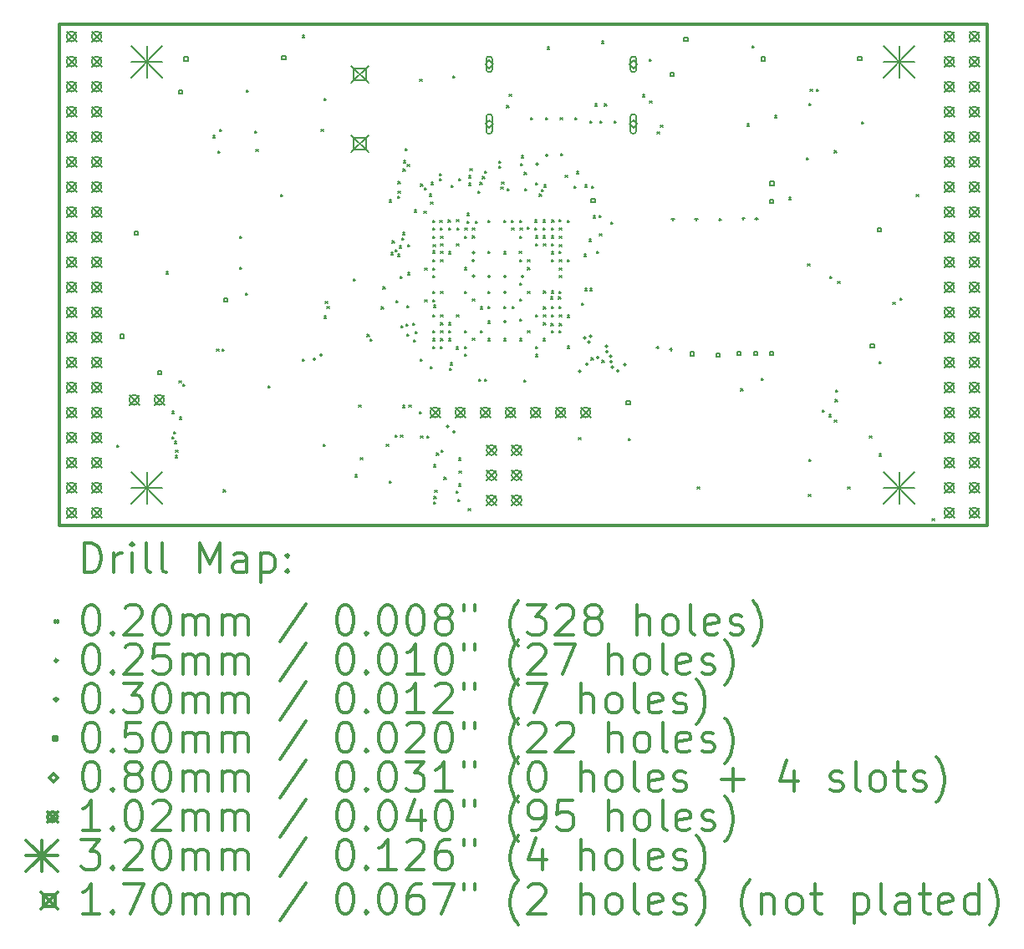
<source format=gbr>
%FSLAX45Y45*%
G04 Gerber Fmt 4.5, Leading zero omitted, Abs format (unit mm)*
G04 Created by KiCad (PCBNEW 4.0.7+dfsg1-1) date Wed Oct 25 16:05:14 2017*
%MOMM*%
%LPD*%
G01*
G04 APERTURE LIST*
%ADD10C,0.127000*%
%ADD11C,0.300000*%
%ADD12C,0.200000*%
G04 APERTURE END LIST*
D10*
D11*
X9410000Y-6142000D02*
X9410000Y-11222000D01*
X18808000Y-6142000D02*
X9410000Y-6142000D01*
X18808000Y-11222000D02*
X18808000Y-6142000D01*
X9410000Y-11222000D02*
X18808000Y-11222000D01*
D12*
X9998000Y-10410000D02*
X10018000Y-10430000D01*
X10018000Y-10410000D02*
X9998000Y-10430000D01*
X10493771Y-8653299D02*
X10513771Y-8673299D01*
X10513771Y-8653299D02*
X10493771Y-8673299D01*
X10555187Y-10325526D02*
X10575187Y-10345526D01*
X10575187Y-10325526D02*
X10555187Y-10345526D01*
X10557972Y-10068392D02*
X10577972Y-10088392D01*
X10577972Y-10068392D02*
X10557972Y-10088392D01*
X10570316Y-10275043D02*
X10590316Y-10295043D01*
X10590316Y-10275043D02*
X10570316Y-10295043D01*
X10580671Y-10371655D02*
X10600671Y-10391655D01*
X10600671Y-10371655D02*
X10580671Y-10391655D01*
X10587368Y-10514871D02*
X10607368Y-10534871D01*
X10607368Y-10514871D02*
X10587368Y-10534871D01*
X10592360Y-10459757D02*
X10612360Y-10479757D01*
X10612360Y-10459757D02*
X10592360Y-10479757D01*
X10626851Y-9756275D02*
X10646851Y-9776275D01*
X10646851Y-9756275D02*
X10626851Y-9776275D01*
X10630117Y-10127790D02*
X10650117Y-10147790D01*
X10650117Y-10127790D02*
X10630117Y-10147790D01*
X10664117Y-9793541D02*
X10684117Y-9813541D01*
X10684117Y-9793541D02*
X10664117Y-9813541D01*
X10972800Y-7273000D02*
X10992800Y-7293000D01*
X10992800Y-7273000D02*
X10972800Y-7293000D01*
X11009310Y-9438989D02*
X11029310Y-9458989D01*
X11029310Y-9438989D02*
X11009310Y-9458989D01*
X11021352Y-7428070D02*
X11041352Y-7448070D01*
X11041352Y-7428070D02*
X11021352Y-7448070D01*
X11038300Y-7211500D02*
X11058300Y-7231500D01*
X11058300Y-7211500D02*
X11038300Y-7231500D01*
X11061873Y-9435178D02*
X11081873Y-9455178D01*
X11081873Y-9435178D02*
X11061873Y-9455178D01*
X11075528Y-10862638D02*
X11095528Y-10882638D01*
X11095528Y-10862638D02*
X11075528Y-10882638D01*
X11241500Y-8291000D02*
X11261500Y-8311000D01*
X11261500Y-8291000D02*
X11241500Y-8311000D01*
X11241500Y-8608500D02*
X11261500Y-8628500D01*
X11261500Y-8608500D02*
X11241500Y-8628500D01*
X11298000Y-8870000D02*
X11318000Y-8890000D01*
X11318000Y-8870000D02*
X11298000Y-8890000D01*
X11311224Y-6814440D02*
X11331224Y-6834440D01*
X11331224Y-6814440D02*
X11311224Y-6834440D01*
X11393900Y-7224200D02*
X11413900Y-7244200D01*
X11413900Y-7224200D02*
X11393900Y-7244200D01*
X11406600Y-7414700D02*
X11426600Y-7434700D01*
X11426600Y-7414700D02*
X11406600Y-7434700D01*
X11530468Y-9806782D02*
X11550468Y-9826782D01*
X11550468Y-9806782D02*
X11530468Y-9826782D01*
X11655434Y-7867799D02*
X11675434Y-7887799D01*
X11675434Y-7867799D02*
X11655434Y-7887799D01*
X11874380Y-9539822D02*
X11894380Y-9559822D01*
X11894380Y-9539822D02*
X11874380Y-9559822D01*
X11875869Y-6255897D02*
X11895869Y-6275897D01*
X11895869Y-6255897D02*
X11875869Y-6275897D01*
X12067000Y-7211500D02*
X12087000Y-7231500D01*
X12087000Y-7211500D02*
X12067000Y-7231500D01*
X12090313Y-10403113D02*
X12110313Y-10423113D01*
X12110313Y-10403113D02*
X12090313Y-10423113D01*
X12094120Y-9102507D02*
X12114120Y-9122507D01*
X12114120Y-9102507D02*
X12094120Y-9122507D01*
X12098665Y-6897853D02*
X12118665Y-6917853D01*
X12118665Y-6897853D02*
X12098665Y-6917853D01*
X12110622Y-8956298D02*
X12130622Y-8976298D01*
X12130622Y-8956298D02*
X12110622Y-8976298D01*
X12126901Y-9006422D02*
X12146901Y-9026422D01*
X12146901Y-9006422D02*
X12126901Y-9026422D01*
X12392771Y-8724771D02*
X12412771Y-8744771D01*
X12412771Y-8724771D02*
X12392771Y-8744771D01*
X12392771Y-8724771D02*
X12412771Y-8744771D01*
X12412771Y-8724771D02*
X12392771Y-8744771D01*
X12410242Y-10710764D02*
X12430242Y-10730764D01*
X12430242Y-10710764D02*
X12410242Y-10730764D01*
X12448000Y-10005500D02*
X12468000Y-10025500D01*
X12468000Y-10005500D02*
X12448000Y-10025500D01*
X12464182Y-10539469D02*
X12484182Y-10559469D01*
X12484182Y-10539469D02*
X12464182Y-10559469D01*
X12532397Y-9289213D02*
X12552397Y-9309213D01*
X12552397Y-9289213D02*
X12532397Y-9309213D01*
X12564098Y-9335243D02*
X12584098Y-9355243D01*
X12584098Y-9335243D02*
X12564098Y-9355243D01*
X12678000Y-9010000D02*
X12698000Y-9030000D01*
X12698000Y-9010000D02*
X12678000Y-9030000D01*
X12694005Y-8806691D02*
X12714005Y-8826691D01*
X12714005Y-8806691D02*
X12694005Y-8826691D01*
X12725815Y-10402805D02*
X12745815Y-10422805D01*
X12745815Y-10402805D02*
X12725815Y-10422805D01*
X12754366Y-7925556D02*
X12774366Y-7945556D01*
X12774366Y-7925556D02*
X12754366Y-7945556D01*
X12755664Y-10771679D02*
X12775664Y-10791679D01*
X12775664Y-10771679D02*
X12755664Y-10791679D01*
X12772416Y-8457681D02*
X12792416Y-8477681D01*
X12792416Y-8457681D02*
X12772416Y-8477681D01*
X12786626Y-8341578D02*
X12806626Y-8361578D01*
X12806626Y-8341578D02*
X12786626Y-8361578D01*
X12816199Y-8428346D02*
X12836199Y-8448346D01*
X12836199Y-8428346D02*
X12816199Y-8448346D01*
X12818000Y-10310000D02*
X12838000Y-10330000D01*
X12838000Y-10310000D02*
X12818000Y-10330000D01*
X12822131Y-8943995D02*
X12842131Y-8963995D01*
X12842131Y-8943995D02*
X12822131Y-8963995D01*
X12838971Y-8476738D02*
X12858971Y-8496738D01*
X12858971Y-8476738D02*
X12838971Y-8496738D01*
X12841590Y-7889418D02*
X12861590Y-7909418D01*
X12861590Y-7889418D02*
X12841590Y-7909418D01*
X12844557Y-7737658D02*
X12864557Y-7757658D01*
X12864557Y-7737658D02*
X12844557Y-7757658D01*
X12846973Y-7836992D02*
X12866973Y-7856992D01*
X12866973Y-7836992D02*
X12846973Y-7856992D01*
X12856960Y-8392024D02*
X12876960Y-8412024D01*
X12876960Y-8392024D02*
X12856960Y-8412024D01*
X12867665Y-8701088D02*
X12887665Y-8721088D01*
X12887665Y-8701088D02*
X12867665Y-8721088D01*
X12870682Y-10308590D02*
X12890682Y-10328590D01*
X12890682Y-10308590D02*
X12870682Y-10328590D01*
X12878049Y-9198625D02*
X12898049Y-9218625D01*
X12898049Y-9198625D02*
X12878049Y-9218625D01*
X12884885Y-8308326D02*
X12904885Y-8328326D01*
X12904885Y-8308326D02*
X12884885Y-8328326D01*
X12890520Y-10007480D02*
X12910520Y-10027480D01*
X12910520Y-10007480D02*
X12890520Y-10027480D01*
X12891675Y-8256064D02*
X12911675Y-8276064D01*
X12911675Y-8256064D02*
X12891675Y-8276064D01*
X12896163Y-7612957D02*
X12916163Y-7632957D01*
X12916163Y-7612957D02*
X12896163Y-7632957D01*
X12902225Y-7526361D02*
X12922225Y-7546361D01*
X12922225Y-7526361D02*
X12902225Y-7546361D01*
X12915222Y-7404246D02*
X12935222Y-7424246D01*
X12935222Y-7404246D02*
X12915222Y-7424246D01*
X12928248Y-9182581D02*
X12948248Y-9202581D01*
X12948248Y-9182581D02*
X12928248Y-9202581D01*
X12933810Y-9282289D02*
X12953810Y-9302289D01*
X12953810Y-9282289D02*
X12933810Y-9302289D01*
X12935918Y-8993919D02*
X12955918Y-9013919D01*
X12955918Y-8993919D02*
X12935918Y-9013919D01*
X12939334Y-7563781D02*
X12959334Y-7583781D01*
X12959334Y-7563781D02*
X12939334Y-7583781D01*
X12941393Y-8376098D02*
X12961393Y-8396098D01*
X12961393Y-8376098D02*
X12941393Y-8396098D01*
X12944260Y-8660352D02*
X12964260Y-8680352D01*
X12964260Y-8660352D02*
X12944260Y-8680352D01*
X12956000Y-10005500D02*
X12976000Y-10025500D01*
X12976000Y-10005500D02*
X12956000Y-10025500D01*
X12992268Y-9173424D02*
X13012268Y-9193424D01*
X13012268Y-9173424D02*
X12992268Y-9193424D01*
X13004130Y-9343144D02*
X13024130Y-9363144D01*
X13024130Y-9343144D02*
X13004130Y-9363144D01*
X13009682Y-8027773D02*
X13029682Y-8047773D01*
X13029682Y-8027773D02*
X13009682Y-8047773D01*
X13017964Y-9257477D02*
X13037964Y-9277477D01*
X13037964Y-9257477D02*
X13017964Y-9277477D01*
X13059238Y-10069000D02*
X13079238Y-10089000D01*
X13079238Y-10069000D02*
X13059238Y-10089000D01*
X13066199Y-6701962D02*
X13086199Y-6721962D01*
X13086199Y-6701962D02*
X13066199Y-6721962D01*
X13070707Y-9535414D02*
X13090707Y-9555414D01*
X13090707Y-9535414D02*
X13070707Y-9555414D01*
X13073949Y-10316052D02*
X13093949Y-10336052D01*
X13093949Y-10316052D02*
X13073949Y-10336052D01*
X13075683Y-7764262D02*
X13095683Y-7784262D01*
X13095683Y-7764262D02*
X13075683Y-7784262D01*
X13108000Y-8040000D02*
X13128000Y-8060000D01*
X13128000Y-8040000D02*
X13108000Y-8060000D01*
X13113091Y-7801384D02*
X13133091Y-7821384D01*
X13133091Y-7801384D02*
X13113091Y-7821384D01*
X13115453Y-8615136D02*
X13135453Y-8635136D01*
X13135453Y-8615136D02*
X13115453Y-8635136D01*
X13118000Y-8935084D02*
X13138000Y-8955084D01*
X13138000Y-8935084D02*
X13118000Y-8955084D01*
X13135385Y-10316052D02*
X13155385Y-10336052D01*
X13155385Y-10316052D02*
X13135385Y-10336052D01*
X13160933Y-7864587D02*
X13180933Y-7884587D01*
X13180933Y-7864587D02*
X13160933Y-7884587D01*
X13170890Y-9612737D02*
X13190890Y-9632737D01*
X13190890Y-9612737D02*
X13170890Y-9632737D01*
X13174731Y-7948989D02*
X13194731Y-7968989D01*
X13194731Y-7948989D02*
X13174731Y-7968989D01*
X13182329Y-7748485D02*
X13202329Y-7768485D01*
X13202329Y-7748485D02*
X13182329Y-7768485D01*
X13197765Y-9087799D02*
X13217765Y-9107799D01*
X13217765Y-9087799D02*
X13197765Y-9107799D01*
X13197789Y-8617215D02*
X13217789Y-8637215D01*
X13217789Y-8617215D02*
X13197789Y-8637215D01*
X13197962Y-8532814D02*
X13217962Y-8552814D01*
X13217962Y-8532814D02*
X13197962Y-8552814D01*
X13198000Y-8440334D02*
X13218000Y-8460334D01*
X13218000Y-8440334D02*
X13198000Y-8460334D01*
X13198000Y-8130000D02*
X13218000Y-8150000D01*
X13218000Y-8130000D02*
X13198000Y-8150000D01*
X13198000Y-8207799D02*
X13218000Y-8227799D01*
X13218000Y-8207799D02*
X13198000Y-8227799D01*
X13198000Y-8690000D02*
X13218000Y-8710000D01*
X13218000Y-8690000D02*
X13198000Y-8710000D01*
X13198000Y-8850000D02*
X13218000Y-8870000D01*
X13218000Y-8850000D02*
X13198000Y-8870000D01*
X13198000Y-8935084D02*
X13218000Y-8955084D01*
X13218000Y-8935084D02*
X13198000Y-8955084D01*
X13198000Y-9250000D02*
X13218000Y-9270000D01*
X13218000Y-9250000D02*
X13198000Y-9270000D01*
X13198000Y-9330000D02*
X13218000Y-9350000D01*
X13218000Y-9330000D02*
X13198000Y-9350000D01*
X13198000Y-9410000D02*
X13218000Y-9430000D01*
X13218000Y-9410000D02*
X13198000Y-9430000D01*
X13198482Y-8292201D02*
X13218482Y-8312201D01*
X13218482Y-8292201D02*
X13198482Y-8312201D01*
X13201744Y-8376602D02*
X13221744Y-8396602D01*
X13221744Y-8376602D02*
X13201744Y-8396602D01*
X13204611Y-10984026D02*
X13224611Y-11004026D01*
X13224611Y-10984026D02*
X13204611Y-11004026D01*
X13205608Y-8993095D02*
X13225608Y-9013095D01*
X13225608Y-8993095D02*
X13205608Y-9013095D01*
X13206286Y-10608587D02*
X13226286Y-10628587D01*
X13226286Y-10608587D02*
X13206286Y-10628587D01*
X13208900Y-10931500D02*
X13228900Y-10951500D01*
X13228900Y-10931500D02*
X13208900Y-10951500D01*
X13218000Y-10870000D02*
X13238000Y-10890000D01*
X13238000Y-10870000D02*
X13218000Y-10890000D01*
X13234844Y-10489450D02*
X13254844Y-10509450D01*
X13254844Y-10489450D02*
X13234844Y-10509450D01*
X13263724Y-7657621D02*
X13283724Y-7677621D01*
X13283724Y-7657621D02*
X13263724Y-7677621D01*
X13266117Y-7710267D02*
X13286117Y-7730267D01*
X13286117Y-7710267D02*
X13266117Y-7730267D01*
X13268333Y-8129999D02*
X13288333Y-8149999D01*
X13288333Y-8129999D02*
X13268333Y-8149999D01*
X13271035Y-8207799D02*
X13291035Y-8227799D01*
X13291035Y-8207799D02*
X13271035Y-8227799D01*
X13274623Y-9409707D02*
X13294623Y-9429707D01*
X13294623Y-9409707D02*
X13274623Y-9429707D01*
X13277580Y-8532814D02*
X13297580Y-8552814D01*
X13297580Y-8532814D02*
X13277580Y-8552814D01*
X13278000Y-8292201D02*
X13298000Y-8312201D01*
X13298000Y-8292201D02*
X13278000Y-8312201D01*
X13278000Y-8850000D02*
X13298000Y-8870000D01*
X13298000Y-8850000D02*
X13278000Y-8870000D01*
X13278000Y-9090000D02*
X13298000Y-9110000D01*
X13298000Y-9090000D02*
X13278000Y-9110000D01*
X13278000Y-9170000D02*
X13298000Y-9190000D01*
X13298000Y-9170000D02*
X13278000Y-9190000D01*
X13278000Y-9250000D02*
X13298000Y-9270000D01*
X13298000Y-9250000D02*
X13278000Y-9270000D01*
X13278000Y-9330000D02*
X13298000Y-9350000D01*
X13298000Y-9330000D02*
X13278000Y-9350000D01*
X13278042Y-8446122D02*
X13298042Y-8466122D01*
X13298042Y-8446122D02*
X13278042Y-8466122D01*
X13278650Y-8367799D02*
X13298650Y-8387799D01*
X13298650Y-8367799D02*
X13278650Y-8387799D01*
X13283696Y-10459892D02*
X13303696Y-10479892D01*
X13303696Y-10459892D02*
X13283696Y-10479892D01*
X13311600Y-10736500D02*
X13331600Y-10756500D01*
X13331600Y-10736500D02*
X13311600Y-10756500D01*
X13352734Y-8129641D02*
X13372734Y-8149641D01*
X13372734Y-8129641D02*
X13352734Y-8149641D01*
X13355436Y-8207799D02*
X13375436Y-8227799D01*
X13375436Y-8207799D02*
X13355436Y-8227799D01*
X13357194Y-8449520D02*
X13377194Y-8469520D01*
X13377194Y-8449520D02*
X13357194Y-8469520D01*
X13358000Y-9170000D02*
X13378000Y-9190000D01*
X13378000Y-9170000D02*
X13358000Y-9190000D01*
X13358000Y-9250000D02*
X13378000Y-9270000D01*
X13378000Y-9250000D02*
X13358000Y-9270000D01*
X13358548Y-9330230D02*
X13378548Y-9350230D01*
X13378548Y-9330230D02*
X13358548Y-9350230D01*
X13366285Y-9629515D02*
X13386285Y-9649515D01*
X13386285Y-9629515D02*
X13366285Y-9649515D01*
X13375239Y-9577580D02*
X13395239Y-9597580D01*
X13395239Y-9577580D02*
X13375239Y-9597580D01*
X13382219Y-7775484D02*
X13402219Y-7795484D01*
X13402219Y-7775484D02*
X13382219Y-7795484D01*
X13397916Y-6668615D02*
X13417916Y-6688615D01*
X13417916Y-6668615D02*
X13397916Y-6688615D01*
X13435582Y-9416717D02*
X13455582Y-9436717D01*
X13455582Y-9416717D02*
X13435582Y-9436717D01*
X13436400Y-10874197D02*
X13456400Y-10894197D01*
X13456400Y-10874197D02*
X13436400Y-10894197D01*
X13437135Y-8124791D02*
X13457135Y-8144791D01*
X13457135Y-8124791D02*
X13437135Y-8144791D01*
X13438000Y-8370000D02*
X13458000Y-8390000D01*
X13458000Y-8370000D02*
X13438000Y-8390000D01*
X13438000Y-9090000D02*
X13458000Y-9110000D01*
X13458000Y-9090000D02*
X13438000Y-9110000D01*
X13440141Y-8207758D02*
X13460141Y-8227758D01*
X13460141Y-8207758D02*
X13440141Y-8227758D01*
X13453687Y-10961995D02*
X13473687Y-10981995D01*
X13473687Y-10961995D02*
X13453687Y-10981995D01*
X13457587Y-10803159D02*
X13477587Y-10823159D01*
X13477587Y-10803159D02*
X13457587Y-10823159D01*
X13460201Y-7710000D02*
X13480201Y-7730000D01*
X13480201Y-7710000D02*
X13460201Y-7730000D01*
X13460735Y-10540845D02*
X13480735Y-10560845D01*
X13480735Y-10540845D02*
X13460735Y-10560845D01*
X13465065Y-10671051D02*
X13485065Y-10691051D01*
X13485065Y-10671051D02*
X13465065Y-10691051D01*
X13517331Y-8851860D02*
X13537331Y-8871860D01*
X13537331Y-8851860D02*
X13517331Y-8871860D01*
X13518000Y-8292201D02*
X13538000Y-8312201D01*
X13538000Y-8292201D02*
X13518000Y-8312201D01*
X13518000Y-8610000D02*
X13538000Y-8630000D01*
X13538000Y-8610000D02*
X13518000Y-8630000D01*
X13518000Y-9250000D02*
X13538000Y-9270000D01*
X13538000Y-9250000D02*
X13518000Y-9270000D01*
X13518463Y-9488530D02*
X13538463Y-9508530D01*
X13538463Y-9488530D02*
X13518463Y-9508530D01*
X13518862Y-9412562D02*
X13538862Y-9432562D01*
X13538862Y-9412562D02*
X13518862Y-9432562D01*
X13524542Y-8207681D02*
X13544542Y-8227681D01*
X13544542Y-8207681D02*
X13524542Y-8227681D01*
X13546744Y-8060230D02*
X13566744Y-8080230D01*
X13566744Y-8060230D02*
X13546744Y-8080230D01*
X13546744Y-8138922D02*
X13566744Y-8158922D01*
X13566744Y-8138922D02*
X13546744Y-8158922D01*
X13555656Y-11051071D02*
X13575656Y-11071071D01*
X13575656Y-11051071D02*
X13555656Y-11071071D01*
X13559498Y-7754855D02*
X13579498Y-7774855D01*
X13579498Y-7754855D02*
X13559498Y-7774855D01*
X13562542Y-7680938D02*
X13582542Y-7700938D01*
X13582542Y-7680938D02*
X13562542Y-7700938D01*
X13573070Y-7610061D02*
X13593070Y-7630061D01*
X13593070Y-7610061D02*
X13573070Y-7630061D01*
X13598000Y-8210000D02*
X13618000Y-8230000D01*
X13618000Y-8210000D02*
X13598000Y-8230000D01*
X13598000Y-8290000D02*
X13618000Y-8310000D01*
X13618000Y-8290000D02*
X13598000Y-8310000D01*
X13598517Y-8929483D02*
X13618517Y-8949483D01*
X13618517Y-8929483D02*
X13598517Y-8949483D01*
X13599596Y-9326965D02*
X13619596Y-9346965D01*
X13619596Y-9326965D02*
X13599596Y-9346965D01*
X13631144Y-8139731D02*
X13651144Y-8159731D01*
X13651144Y-8139731D02*
X13631144Y-8159731D01*
X13653412Y-7835167D02*
X13673412Y-7855167D01*
X13673412Y-7835167D02*
X13653412Y-7855167D01*
X13664090Y-9741450D02*
X13684090Y-9761450D01*
X13684090Y-9741450D02*
X13664090Y-9761450D01*
X13675600Y-7746298D02*
X13695600Y-7766298D01*
X13695600Y-7746298D02*
X13675600Y-7766298D01*
X13678000Y-9250000D02*
X13698000Y-9270000D01*
X13698000Y-9250000D02*
X13678000Y-9270000D01*
X13678517Y-9009483D02*
X13698517Y-9029483D01*
X13698517Y-9009483D02*
X13678517Y-9029483D01*
X13700695Y-7687992D02*
X13720695Y-7707992D01*
X13720695Y-7687992D02*
X13700695Y-7707992D01*
X13719559Y-9743802D02*
X13739559Y-9763802D01*
X13739559Y-9743802D02*
X13719559Y-9763802D01*
X13720873Y-7631502D02*
X13740873Y-7651502D01*
X13740873Y-7631502D02*
X13720873Y-7651502D01*
X13755905Y-9153803D02*
X13775905Y-9173803D01*
X13775905Y-9153803D02*
X13755905Y-9173803D01*
X13758000Y-8130000D02*
X13778000Y-8150000D01*
X13778000Y-8130000D02*
X13758000Y-8150000D01*
X13758000Y-8850000D02*
X13778000Y-8870000D01*
X13778000Y-8850000D02*
X13758000Y-8870000D01*
X13758000Y-9007299D02*
X13778000Y-9027299D01*
X13778000Y-9007299D02*
X13758000Y-9027299D01*
X13758000Y-9330000D02*
X13778000Y-9350000D01*
X13778000Y-9330000D02*
X13758000Y-9350000D01*
X13758056Y-8443409D02*
X13778056Y-8463409D01*
X13778056Y-8443409D02*
X13758056Y-8463409D01*
X13867568Y-7584299D02*
X13887568Y-7604299D01*
X13887568Y-7584299D02*
X13867568Y-7604299D01*
X13867920Y-7530076D02*
X13887920Y-7550076D01*
X13887920Y-7530076D02*
X13867920Y-7550076D01*
X13886806Y-7794095D02*
X13906806Y-7814095D01*
X13906806Y-7794095D02*
X13886806Y-7814095D01*
X13894936Y-7742024D02*
X13914936Y-7762024D01*
X13914936Y-7742024D02*
X13894936Y-7762024D01*
X13917252Y-8451135D02*
X13937252Y-8471135D01*
X13937252Y-8451135D02*
X13917252Y-8471135D01*
X13918000Y-8130000D02*
X13938000Y-8150000D01*
X13938000Y-8130000D02*
X13918000Y-8150000D01*
X13918000Y-9002299D02*
X13938000Y-9022299D01*
X13938000Y-9002299D02*
X13918000Y-9022299D01*
X13918000Y-9330000D02*
X13938000Y-9350000D01*
X13938000Y-9330000D02*
X13918000Y-9350000D01*
X13947561Y-6969286D02*
X13967561Y-6989286D01*
X13967561Y-6969286D02*
X13947561Y-6989286D01*
X13948512Y-7810586D02*
X13968512Y-7830586D01*
X13968512Y-7810586D02*
X13948512Y-7830586D01*
X13972000Y-6856567D02*
X13992000Y-6876567D01*
X13992000Y-6856567D02*
X13972000Y-6876567D01*
X13993599Y-8130000D02*
X14013599Y-8150000D01*
X14013599Y-8130000D02*
X13993599Y-8150000D01*
X13998000Y-8210000D02*
X14018000Y-8230000D01*
X14018000Y-8210000D02*
X13998000Y-8230000D01*
X13999489Y-9002299D02*
X14019489Y-9022299D01*
X14019489Y-9002299D02*
X13999489Y-9022299D01*
X14073600Y-8443400D02*
X14093600Y-8463400D01*
X14093600Y-8443400D02*
X14073600Y-8463400D01*
X14076403Y-8294140D02*
X14096403Y-8314140D01*
X14096403Y-8294140D02*
X14076403Y-8314140D01*
X14077419Y-9133335D02*
X14097419Y-9153335D01*
X14097419Y-9133335D02*
X14077419Y-9153335D01*
X14078000Y-8130000D02*
X14098000Y-8150000D01*
X14098000Y-8130000D02*
X14078000Y-8150000D01*
X14078000Y-8530000D02*
X14098000Y-8550000D01*
X14098000Y-8530000D02*
X14078000Y-8550000D01*
X14078000Y-8770000D02*
X14098000Y-8790000D01*
X14098000Y-8770000D02*
X14078000Y-8790000D01*
X14078000Y-8930000D02*
X14098000Y-8950000D01*
X14098000Y-8930000D02*
X14078000Y-8950000D01*
X14078000Y-9330000D02*
X14098000Y-9350000D01*
X14098000Y-9330000D02*
X14078000Y-9350000D01*
X14082401Y-8207928D02*
X14102401Y-8227928D01*
X14102401Y-8207928D02*
X14082401Y-8227928D01*
X14088006Y-7558194D02*
X14108006Y-7578194D01*
X14108006Y-7558194D02*
X14088006Y-7578194D01*
X14094664Y-7477380D02*
X14114664Y-7497380D01*
X14114664Y-7477380D02*
X14094664Y-7497380D01*
X14118000Y-9750000D02*
X14138000Y-9770000D01*
X14138000Y-9750000D02*
X14118000Y-9770000D01*
X14124297Y-7645500D02*
X14144297Y-7665500D01*
X14144297Y-7645500D02*
X14124297Y-7665500D01*
X14128016Y-7812697D02*
X14148016Y-7832697D01*
X14148016Y-7812697D02*
X14128016Y-7832697D01*
X14155799Y-8203034D02*
X14175799Y-8223034D01*
X14175799Y-8203034D02*
X14155799Y-8223034D01*
X14158000Y-8530000D02*
X14178000Y-8550000D01*
X14178000Y-8530000D02*
X14158000Y-8550000D01*
X14158000Y-8610000D02*
X14178000Y-8630000D01*
X14178000Y-8610000D02*
X14158000Y-8630000D01*
X14158000Y-8850000D02*
X14178000Y-8870000D01*
X14178000Y-8850000D02*
X14158000Y-8870000D01*
X14158000Y-9250000D02*
X14178000Y-9270000D01*
X14178000Y-9250000D02*
X14158000Y-9270000D01*
X14190056Y-7090851D02*
X14210056Y-7110851D01*
X14210056Y-7090851D02*
X14190056Y-7110851D01*
X14229642Y-8209139D02*
X14249642Y-8229139D01*
X14249642Y-8209139D02*
X14229642Y-8229139D01*
X14231398Y-8128224D02*
X14251398Y-8148224D01*
X14251398Y-8128224D02*
X14231398Y-8148224D01*
X14237355Y-8289891D02*
X14257355Y-8309891D01*
X14257355Y-8289891D02*
X14237355Y-8309891D01*
X14238000Y-7750000D02*
X14258000Y-7770000D01*
X14258000Y-7750000D02*
X14238000Y-7770000D01*
X14238000Y-8370000D02*
X14258000Y-8390000D01*
X14258000Y-8370000D02*
X14238000Y-8390000D01*
X14238000Y-9090000D02*
X14258000Y-9110000D01*
X14258000Y-9090000D02*
X14238000Y-9110000D01*
X14238000Y-9410000D02*
X14258000Y-9430000D01*
X14258000Y-9410000D02*
X14238000Y-9430000D01*
X14238000Y-9490000D02*
X14258000Y-9510000D01*
X14258000Y-9490000D02*
X14238000Y-9510000D01*
X14275272Y-7865993D02*
X14295272Y-7885993D01*
X14295272Y-7865993D02*
X14275272Y-7885993D01*
X14300511Y-7819522D02*
X14320511Y-7839522D01*
X14320511Y-7819522D02*
X14300511Y-7839522D01*
X14315799Y-8127963D02*
X14335799Y-8147963D01*
X14335799Y-8127963D02*
X14315799Y-8147963D01*
X14315799Y-8210715D02*
X14335799Y-8230715D01*
X14335799Y-8210715D02*
X14315799Y-8230715D01*
X14315799Y-8290000D02*
X14335799Y-8310000D01*
X14335799Y-8290000D02*
X14315799Y-8310000D01*
X14316969Y-9331491D02*
X14336969Y-9351491D01*
X14336969Y-9331491D02*
X14316969Y-9351491D01*
X14317803Y-8849503D02*
X14337803Y-8869503D01*
X14337803Y-8849503D02*
X14317803Y-8869503D01*
X14318000Y-8370000D02*
X14338000Y-8390000D01*
X14338000Y-8370000D02*
X14318000Y-8390000D01*
X14318000Y-9090000D02*
X14338000Y-9110000D01*
X14338000Y-9090000D02*
X14318000Y-9110000D01*
X14318000Y-9170000D02*
X14338000Y-9190000D01*
X14338000Y-9170000D02*
X14318000Y-9190000D01*
X14318182Y-9010195D02*
X14338182Y-9030195D01*
X14338182Y-9010195D02*
X14318182Y-9030195D01*
X14323180Y-7771946D02*
X14343180Y-7791946D01*
X14343180Y-7771946D02*
X14323180Y-7791946D01*
X14338035Y-7091653D02*
X14358035Y-7111653D01*
X14358035Y-7091653D02*
X14338035Y-7111653D01*
X14355067Y-6376252D02*
X14375067Y-6396252D01*
X14375067Y-6376252D02*
X14355067Y-6396252D01*
X14388995Y-8907799D02*
X14408995Y-8927799D01*
X14408995Y-8907799D02*
X14388995Y-8927799D01*
X14396483Y-9177765D02*
X14416483Y-9197765D01*
X14416483Y-9177765D02*
X14396483Y-9197765D01*
X14398000Y-9090000D02*
X14418000Y-9110000D01*
X14418000Y-9090000D02*
X14398000Y-9110000D01*
X14398242Y-9003286D02*
X14418242Y-9023286D01*
X14418242Y-9003286D02*
X14398242Y-9023286D01*
X14398283Y-8848451D02*
X14418283Y-8868451D01*
X14418283Y-8848451D02*
X14398283Y-8868451D01*
X14400201Y-8208560D02*
X14420201Y-8228560D01*
X14420201Y-8208560D02*
X14400201Y-8228560D01*
X14400201Y-8290000D02*
X14420201Y-8310000D01*
X14420201Y-8290000D02*
X14400201Y-8310000D01*
X14400201Y-8370000D02*
X14420201Y-8390000D01*
X14420201Y-8370000D02*
X14400201Y-8390000D01*
X14400201Y-8450000D02*
X14420201Y-8470000D01*
X14420201Y-8450000D02*
X14400201Y-8470000D01*
X14400201Y-8529722D02*
X14420201Y-8549722D01*
X14420201Y-8529722D02*
X14400201Y-8549722D01*
X14401325Y-9248876D02*
X14421325Y-9268876D01*
X14421325Y-9248876D02*
X14401325Y-9268876D01*
X14404602Y-8127478D02*
X14424602Y-8147478D01*
X14424602Y-8127478D02*
X14404602Y-8147478D01*
X14471061Y-8907799D02*
X14491061Y-8927799D01*
X14491061Y-8907799D02*
X14471061Y-8927799D01*
X14476639Y-8123398D02*
X14496639Y-8143398D01*
X14496639Y-8123398D02*
X14476639Y-8143398D01*
X14476724Y-9006446D02*
X14496724Y-9026446D01*
X14496724Y-9006446D02*
X14476724Y-9026446D01*
X14477765Y-8852201D02*
X14497765Y-8872201D01*
X14497765Y-8852201D02*
X14477765Y-8872201D01*
X14477769Y-8443293D02*
X14497769Y-8463293D01*
X14497769Y-8443293D02*
X14477769Y-8463293D01*
X14478235Y-9247799D02*
X14498235Y-9267799D01*
X14498235Y-9247799D02*
X14478235Y-9267799D01*
X14478509Y-8207799D02*
X14498509Y-8227799D01*
X14498509Y-8207799D02*
X14478509Y-8227799D01*
X14478654Y-8528519D02*
X14498654Y-8548519D01*
X14498654Y-8528519D02*
X14478654Y-8548519D01*
X14478856Y-8689382D02*
X14498856Y-8709382D01*
X14498856Y-8689382D02*
X14478856Y-8709382D01*
X14479038Y-8376602D02*
X14499038Y-8396602D01*
X14499038Y-8376602D02*
X14479038Y-8396602D01*
X14479163Y-9090847D02*
X14499163Y-9110847D01*
X14499163Y-9090847D02*
X14479163Y-9110847D01*
X14479410Y-8292201D02*
X14499410Y-8312201D01*
X14499410Y-8292201D02*
X14479410Y-8312201D01*
X14479577Y-9177444D02*
X14499577Y-9197444D01*
X14499577Y-9177444D02*
X14479577Y-9197444D01*
X14480128Y-8616874D02*
X14500128Y-8636874D01*
X14500128Y-8616874D02*
X14480128Y-8636874D01*
X14487842Y-7092405D02*
X14507842Y-7112405D01*
X14507842Y-7092405D02*
X14487842Y-7112405D01*
X14491706Y-7455585D02*
X14511706Y-7475585D01*
X14511706Y-7455585D02*
X14491706Y-7475585D01*
X14539401Y-7673483D02*
X14559401Y-7693483D01*
X14559401Y-7673483D02*
X14539401Y-7693483D01*
X14558000Y-8130000D02*
X14578000Y-8150000D01*
X14578000Y-8130000D02*
X14558000Y-8150000D01*
X14558000Y-8532201D02*
X14578000Y-8552201D01*
X14578000Y-8532201D02*
X14558000Y-8552201D01*
X14558000Y-9407799D02*
X14578000Y-9427799D01*
X14578000Y-9407799D02*
X14558000Y-9427799D01*
X14561303Y-9092201D02*
X14581303Y-9112201D01*
X14581303Y-9092201D02*
X14561303Y-9112201D01*
X14628717Y-7783934D02*
X14648717Y-7803934D01*
X14648717Y-7783934D02*
X14628717Y-7803934D01*
X14636897Y-7089394D02*
X14656897Y-7109394D01*
X14656897Y-7089394D02*
X14636897Y-7109394D01*
X14652765Y-7636130D02*
X14672765Y-7656130D01*
X14672765Y-7636130D02*
X14652765Y-7656130D01*
X14674429Y-10335274D02*
X14694429Y-10355274D01*
X14694429Y-10335274D02*
X14674429Y-10355274D01*
X14702593Y-8970288D02*
X14722593Y-8990288D01*
X14722593Y-8970288D02*
X14702593Y-8990288D01*
X14732247Y-8475859D02*
X14752247Y-8495859D01*
X14752247Y-8475859D02*
X14732247Y-8495859D01*
X14737067Y-8822484D02*
X14757067Y-8842484D01*
X14757067Y-8822484D02*
X14737067Y-8842484D01*
X14738000Y-7772201D02*
X14758000Y-7792201D01*
X14758000Y-7772201D02*
X14738000Y-7792201D01*
X14779417Y-8323581D02*
X14799417Y-8343581D01*
X14799417Y-8323581D02*
X14779417Y-8343581D01*
X14788736Y-7127779D02*
X14808736Y-7147779D01*
X14808736Y-7127779D02*
X14788736Y-7147779D01*
X14789768Y-8822484D02*
X14809768Y-8842484D01*
X14809768Y-8822484D02*
X14789768Y-8842484D01*
X14800281Y-9523902D02*
X14820281Y-9543902D01*
X14820281Y-9523902D02*
X14800281Y-9543902D01*
X14806076Y-7788079D02*
X14826076Y-7808079D01*
X14826076Y-7788079D02*
X14806076Y-7808079D01*
X14823777Y-8087578D02*
X14843777Y-8107578D01*
X14843777Y-8087578D02*
X14823777Y-8107578D01*
X14837783Y-6951968D02*
X14857783Y-6971968D01*
X14857783Y-6951968D02*
X14837783Y-6971968D01*
X14856880Y-8445039D02*
X14876880Y-8465039D01*
X14876880Y-8445039D02*
X14856880Y-8465039D01*
X14883585Y-8079901D02*
X14903585Y-8099901D01*
X14903585Y-8079901D02*
X14883585Y-8099901D01*
X14887565Y-8265534D02*
X14907565Y-8285534D01*
X14907565Y-8265534D02*
X14887565Y-8285534D01*
X14889119Y-7127779D02*
X14909119Y-7147779D01*
X14909119Y-7127779D02*
X14889119Y-7147779D01*
X14908375Y-6315711D02*
X14928375Y-6335711D01*
X14928375Y-6315711D02*
X14908375Y-6335711D01*
X14910771Y-9550529D02*
X14930771Y-9570529D01*
X14930771Y-9550529D02*
X14910771Y-9570529D01*
X14937595Y-6951968D02*
X14957595Y-6971968D01*
X14957595Y-6951968D02*
X14937595Y-6971968D01*
X14998000Y-8150000D02*
X15018000Y-8170000D01*
X15018000Y-8150000D02*
X14998000Y-8170000D01*
X15035722Y-7127779D02*
X15055722Y-7147779D01*
X15055722Y-7127779D02*
X15035722Y-7147779D01*
X15179638Y-10341072D02*
X15199638Y-10361072D01*
X15199638Y-10341072D02*
X15179638Y-10361072D01*
X15322234Y-6857342D02*
X15342234Y-6877342D01*
X15342234Y-6857342D02*
X15322234Y-6877342D01*
X15388420Y-6497712D02*
X15408420Y-6517712D01*
X15408420Y-6497712D02*
X15388420Y-6517712D01*
X15394400Y-6919400D02*
X15414400Y-6939400D01*
X15414400Y-6919400D02*
X15394400Y-6939400D01*
X15469400Y-7232600D02*
X15489400Y-7252600D01*
X15489400Y-7232600D02*
X15469400Y-7252600D01*
X15504936Y-7166453D02*
X15524936Y-7186453D01*
X15524936Y-7166453D02*
X15504936Y-7186453D01*
X15877000Y-10831000D02*
X15897000Y-10851000D01*
X15897000Y-10831000D02*
X15877000Y-10851000D01*
X16317742Y-9840172D02*
X16337742Y-9860172D01*
X16337742Y-9840172D02*
X16317742Y-9860172D01*
X16380885Y-7155186D02*
X16400885Y-7175186D01*
X16400885Y-7155186D02*
X16380885Y-7175186D01*
X16433388Y-6363745D02*
X16453388Y-6383745D01*
X16453388Y-6363745D02*
X16433388Y-6383745D01*
X16524921Y-9732292D02*
X16544921Y-9752292D01*
X16544921Y-9732292D02*
X16524921Y-9752292D01*
X16657891Y-7070355D02*
X16677891Y-7090355D01*
X16677891Y-7070355D02*
X16657891Y-7090355D01*
X16806644Y-7900804D02*
X16826644Y-7920804D01*
X16826644Y-7900804D02*
X16806644Y-7920804D01*
X16979535Y-7499299D02*
X16999535Y-7519299D01*
X16999535Y-7499299D02*
X16979535Y-7519299D01*
X16994600Y-8570400D02*
X17014600Y-8590400D01*
X17014600Y-8570400D02*
X16994600Y-8590400D01*
X17002604Y-10911247D02*
X17022604Y-10931247D01*
X17022604Y-10911247D02*
X17002604Y-10931247D01*
X17005773Y-10556635D02*
X17025773Y-10576635D01*
X17025773Y-10556635D02*
X17005773Y-10576635D01*
X17008296Y-6947101D02*
X17028296Y-6967101D01*
X17028296Y-6947101D02*
X17008296Y-6967101D01*
X17020000Y-6805100D02*
X17040000Y-6825100D01*
X17040000Y-6805100D02*
X17020000Y-6825100D01*
X17085000Y-6802556D02*
X17105000Y-6822556D01*
X17105000Y-6802556D02*
X17085000Y-6822556D01*
X17144030Y-10054574D02*
X17164030Y-10074574D01*
X17164030Y-10054574D02*
X17144030Y-10074574D01*
X17209336Y-10100566D02*
X17229336Y-10120566D01*
X17229336Y-10100566D02*
X17209336Y-10120566D01*
X17218956Y-8702405D02*
X17238956Y-8722405D01*
X17238956Y-8702405D02*
X17218956Y-8722405D01*
X17264664Y-7424799D02*
X17284664Y-7444799D01*
X17284664Y-7424799D02*
X17264664Y-7444799D01*
X17266127Y-10155168D02*
X17286127Y-10175168D01*
X17286127Y-10155168D02*
X17266127Y-10175168D01*
X17273463Y-9949992D02*
X17293463Y-9969992D01*
X17293463Y-9949992D02*
X17273463Y-9969992D01*
X17277992Y-9851865D02*
X17297992Y-9871865D01*
X17297992Y-9851865D02*
X17277992Y-9871865D01*
X17299400Y-8748200D02*
X17319400Y-8768200D01*
X17319400Y-8748200D02*
X17299400Y-8768200D01*
X17401000Y-10831000D02*
X17421000Y-10851000D01*
X17421000Y-10831000D02*
X17401000Y-10851000D01*
X17539563Y-7135743D02*
X17559563Y-7155743D01*
X17559563Y-7135743D02*
X17539563Y-7155743D01*
X17620559Y-10317981D02*
X17640559Y-10337981D01*
X17640559Y-10317981D02*
X17620559Y-10337981D01*
X17717400Y-10497912D02*
X17737400Y-10517912D01*
X17737400Y-10497912D02*
X17717400Y-10517912D01*
X17718500Y-9561000D02*
X17738500Y-9581000D01*
X17738500Y-9561000D02*
X17718500Y-9581000D01*
X17856591Y-8961390D02*
X17876591Y-8981390D01*
X17876591Y-8961390D02*
X17856591Y-8981390D01*
X17927598Y-8921781D02*
X17947598Y-8941781D01*
X17947598Y-8921781D02*
X17927598Y-8941781D01*
X18096500Y-7868500D02*
X18116500Y-7888500D01*
X18116500Y-7868500D02*
X18096500Y-7888500D01*
X18257515Y-11153763D02*
X18277515Y-11173763D01*
X18277515Y-11153763D02*
X18257515Y-11173763D01*
X12010516Y-9541295D02*
G75*
G03X12010516Y-9541295I-12700J0D01*
G01*
X12076103Y-9497760D02*
G75*
G03X12076103Y-9497760I-12700J0D01*
G01*
X13357629Y-10223262D02*
G75*
G03X13357629Y-10223262I-12700J0D01*
G01*
X13420141Y-10275223D02*
G75*
G03X13420141Y-10275223I-12700J0D01*
G01*
X13620700Y-8460000D02*
G75*
G03X13620700Y-8460000I-12700J0D01*
G01*
X13620700Y-8540000D02*
G75*
G03X13620700Y-8540000I-12700J0D01*
G01*
X13623799Y-8699540D02*
G75*
G03X13623799Y-8699540I-12700J0D01*
G01*
X13780700Y-8700000D02*
G75*
G03X13780700Y-8700000I-12700J0D01*
G01*
X13939164Y-9161521D02*
G75*
G03X13939164Y-9161521I-12700J0D01*
G01*
X13940700Y-8700000D02*
G75*
G03X13940700Y-8700000I-12700J0D01*
G01*
X13940700Y-8860000D02*
G75*
G03X13940700Y-8860000I-12700J0D01*
G01*
X14116986Y-8699500D02*
G75*
G03X14116986Y-8699500I-12700J0D01*
G01*
X14265799Y-7566284D02*
G75*
G03X14265799Y-7566284I-12700J0D01*
G01*
X14365259Y-7474977D02*
G75*
G03X14365259Y-7474977I-12700J0D01*
G01*
X14698950Y-9661750D02*
G75*
G03X14698950Y-9661750I-12700J0D01*
G01*
X14748323Y-9321914D02*
G75*
G03X14748323Y-9321914I-12700J0D01*
G01*
X14766147Y-9591326D02*
G75*
G03X14766147Y-9591326I-12700J0D01*
G01*
X14790471Y-9369101D02*
G75*
G03X14790471Y-9369101I-12700J0D01*
G01*
X14804230Y-9306098D02*
G75*
G03X14804230Y-9306098I-12700J0D01*
G01*
X14878093Y-9524901D02*
G75*
G03X14878093Y-9524901I-12700J0D01*
G01*
X14969298Y-9405479D02*
G75*
G03X14969298Y-9405479I-12700J0D01*
G01*
X14971152Y-9463550D02*
G75*
G03X14971152Y-9463550I-12700J0D01*
G01*
X15007952Y-9508512D02*
G75*
G03X15007952Y-9508512I-12700J0D01*
G01*
X15016044Y-9566047D02*
G75*
G03X15016044Y-9566047I-12700J0D01*
G01*
X15027622Y-9622983D02*
G75*
G03X15027622Y-9622983I-12700J0D01*
G01*
X15084750Y-9657580D02*
G75*
G03X15084750Y-9657580I-12700J0D01*
G01*
X15157504Y-9595169D02*
G75*
G03X15157504Y-9595169I-12700J0D01*
G01*
X15472629Y-9402136D02*
X15472629Y-9432136D01*
X15457629Y-9417136D02*
X15487629Y-9417136D01*
X15607711Y-9423078D02*
X15607711Y-9453078D01*
X15592711Y-9438078D02*
X15622711Y-9438078D01*
X15628000Y-8106084D02*
X15628000Y-8136084D01*
X15613000Y-8121084D02*
X15643000Y-8121084D01*
X15868000Y-8106084D02*
X15868000Y-8136084D01*
X15853000Y-8121084D02*
X15883000Y-8121084D01*
X16106799Y-8106612D02*
X16106799Y-8136612D01*
X16091799Y-8121612D02*
X16121799Y-8121612D01*
X16342203Y-8097066D02*
X16342203Y-8127066D01*
X16327203Y-8112066D02*
X16357203Y-8112066D01*
X16474183Y-8098057D02*
X16474183Y-8128057D01*
X16459183Y-8113057D02*
X16489183Y-8113057D01*
X10065668Y-9324068D02*
X10065668Y-9288713D01*
X10030313Y-9288713D01*
X10030313Y-9324068D01*
X10065668Y-9324068D01*
X10210884Y-8276183D02*
X10210884Y-8240827D01*
X10175529Y-8240827D01*
X10175529Y-8276183D01*
X10210884Y-8276183D01*
X10448586Y-9690837D02*
X10448586Y-9655482D01*
X10413231Y-9655482D01*
X10413231Y-9690837D01*
X10448586Y-9690837D01*
X10659458Y-6848926D02*
X10659458Y-6813570D01*
X10624103Y-6813570D01*
X10624103Y-6848926D01*
X10659458Y-6848926D01*
X10715159Y-6513075D02*
X10715159Y-6477720D01*
X10679803Y-6477720D01*
X10679803Y-6513075D01*
X10715159Y-6513075D01*
X11116778Y-8953678D02*
X11116778Y-8918322D01*
X11081422Y-8918322D01*
X11081422Y-8953678D01*
X11116778Y-8953678D01*
X11705728Y-6497972D02*
X11705728Y-6462616D01*
X11670372Y-6462616D01*
X11670372Y-6497972D01*
X11705728Y-6497972D01*
X14837878Y-7950378D02*
X14837878Y-7915022D01*
X14802522Y-7915022D01*
X14802522Y-7950378D01*
X14837878Y-7950378D01*
X15193478Y-9995078D02*
X15193478Y-9959722D01*
X15158122Y-9959722D01*
X15158122Y-9995078D01*
X15193478Y-9995078D01*
X15641236Y-6672514D02*
X15641236Y-6637158D01*
X15605880Y-6637158D01*
X15605880Y-6672514D01*
X15641236Y-6672514D01*
X15777678Y-6312078D02*
X15777678Y-6276722D01*
X15742322Y-6276722D01*
X15742322Y-6312078D01*
X15777678Y-6312078D01*
X15841046Y-9502939D02*
X15841046Y-9467584D01*
X15805691Y-9467584D01*
X15805691Y-9502939D01*
X15841046Y-9502939D01*
X16105267Y-9516553D02*
X16105267Y-9481197D01*
X16069912Y-9481197D01*
X16069912Y-9516553D01*
X16105267Y-9516553D01*
X16316953Y-9499696D02*
X16316953Y-9464341D01*
X16281597Y-9464341D01*
X16281597Y-9499696D01*
X16316953Y-9499696D01*
X16483055Y-9500233D02*
X16483055Y-9464877D01*
X16447699Y-9464877D01*
X16447699Y-9500233D01*
X16483055Y-9500233D01*
X16559402Y-6513144D02*
X16559402Y-6477789D01*
X16524047Y-6477789D01*
X16524047Y-6513144D01*
X16559402Y-6513144D01*
X16642573Y-7958481D02*
X16642573Y-7923125D01*
X16607218Y-7923125D01*
X16607218Y-7958481D01*
X16642573Y-7958481D01*
X16645678Y-9497678D02*
X16645678Y-9462322D01*
X16610322Y-9462322D01*
X16610322Y-9497678D01*
X16645678Y-9497678D01*
X16649839Y-7774906D02*
X16649839Y-7739550D01*
X16614484Y-7739550D01*
X16614484Y-7774906D01*
X16649839Y-7774906D01*
X17538711Y-6512572D02*
X17538711Y-6477216D01*
X17503355Y-6477216D01*
X17503355Y-6512572D01*
X17538711Y-6512572D01*
X17665108Y-9424587D02*
X17665108Y-9389232D01*
X17629753Y-9389232D01*
X17629753Y-9424587D01*
X17665108Y-9424587D01*
X17740669Y-8245813D02*
X17740669Y-8210457D01*
X17705313Y-8210457D01*
X17705313Y-8245813D01*
X17740669Y-8245813D01*
X13768000Y-6590000D02*
X13808000Y-6550000D01*
X13768000Y-6510000D01*
X13728000Y-6550000D01*
X13768000Y-6590000D01*
X13738000Y-6500000D02*
X13738000Y-6600000D01*
X13798000Y-6500000D02*
X13798000Y-6600000D01*
X13738000Y-6600000D02*
G75*
G03X13798000Y-6600000I30000J0D01*
G01*
X13798000Y-6500000D02*
G75*
G03X13738000Y-6500000I-30000J0D01*
G01*
X13768000Y-7195000D02*
X13808000Y-7155000D01*
X13768000Y-7115000D01*
X13728000Y-7155000D01*
X13768000Y-7195000D01*
X13738000Y-7085000D02*
X13738000Y-7225000D01*
X13798000Y-7085000D02*
X13798000Y-7225000D01*
X13738000Y-7225000D02*
G75*
G03X13798000Y-7225000I30000J0D01*
G01*
X13798000Y-7085000D02*
G75*
G03X13738000Y-7085000I-30000J0D01*
G01*
X15228000Y-6590000D02*
X15268000Y-6550000D01*
X15228000Y-6510000D01*
X15188000Y-6550000D01*
X15228000Y-6590000D01*
X15198000Y-6500000D02*
X15198000Y-6600000D01*
X15258000Y-6500000D02*
X15258000Y-6600000D01*
X15198000Y-6600000D02*
G75*
G03X15258000Y-6600000I30000J0D01*
G01*
X15258000Y-6500000D02*
G75*
G03X15198000Y-6500000I-30000J0D01*
G01*
X15228000Y-7195000D02*
X15268000Y-7155000D01*
X15228000Y-7115000D01*
X15188000Y-7155000D01*
X15228000Y-7195000D01*
X15198000Y-7085000D02*
X15198000Y-7225000D01*
X15258000Y-7085000D02*
X15258000Y-7225000D01*
X15198000Y-7225000D02*
G75*
G03X15258000Y-7225000I30000J0D01*
G01*
X15258000Y-7085000D02*
G75*
G03X15198000Y-7085000I-30000J0D01*
G01*
X9486200Y-6218200D02*
X9587800Y-6319800D01*
X9587800Y-6218200D02*
X9486200Y-6319800D01*
X9587800Y-6269000D02*
G75*
G03X9587800Y-6269000I-50800J0D01*
G01*
X9486200Y-6472200D02*
X9587800Y-6573800D01*
X9587800Y-6472200D02*
X9486200Y-6573800D01*
X9587800Y-6523000D02*
G75*
G03X9587800Y-6523000I-50800J0D01*
G01*
X9486200Y-6726200D02*
X9587800Y-6827800D01*
X9587800Y-6726200D02*
X9486200Y-6827800D01*
X9587800Y-6777000D02*
G75*
G03X9587800Y-6777000I-50800J0D01*
G01*
X9486200Y-6980200D02*
X9587800Y-7081800D01*
X9587800Y-6980200D02*
X9486200Y-7081800D01*
X9587800Y-7031000D02*
G75*
G03X9587800Y-7031000I-50800J0D01*
G01*
X9486200Y-7234200D02*
X9587800Y-7335800D01*
X9587800Y-7234200D02*
X9486200Y-7335800D01*
X9587800Y-7285000D02*
G75*
G03X9587800Y-7285000I-50800J0D01*
G01*
X9486200Y-7488200D02*
X9587800Y-7589800D01*
X9587800Y-7488200D02*
X9486200Y-7589800D01*
X9587800Y-7539000D02*
G75*
G03X9587800Y-7539000I-50800J0D01*
G01*
X9486200Y-7742200D02*
X9587800Y-7843800D01*
X9587800Y-7742200D02*
X9486200Y-7843800D01*
X9587800Y-7793000D02*
G75*
G03X9587800Y-7793000I-50800J0D01*
G01*
X9486200Y-7996200D02*
X9587800Y-8097800D01*
X9587800Y-7996200D02*
X9486200Y-8097800D01*
X9587800Y-8047000D02*
G75*
G03X9587800Y-8047000I-50800J0D01*
G01*
X9486200Y-8250200D02*
X9587800Y-8351800D01*
X9587800Y-8250200D02*
X9486200Y-8351800D01*
X9587800Y-8301000D02*
G75*
G03X9587800Y-8301000I-50800J0D01*
G01*
X9486200Y-8504200D02*
X9587800Y-8605800D01*
X9587800Y-8504200D02*
X9486200Y-8605800D01*
X9587800Y-8555000D02*
G75*
G03X9587800Y-8555000I-50800J0D01*
G01*
X9486200Y-8758200D02*
X9587800Y-8859800D01*
X9587800Y-8758200D02*
X9486200Y-8859800D01*
X9587800Y-8809000D02*
G75*
G03X9587800Y-8809000I-50800J0D01*
G01*
X9486200Y-9012200D02*
X9587800Y-9113800D01*
X9587800Y-9012200D02*
X9486200Y-9113800D01*
X9587800Y-9063000D02*
G75*
G03X9587800Y-9063000I-50800J0D01*
G01*
X9486200Y-9266200D02*
X9587800Y-9367800D01*
X9587800Y-9266200D02*
X9486200Y-9367800D01*
X9587800Y-9317000D02*
G75*
G03X9587800Y-9317000I-50800J0D01*
G01*
X9486200Y-9520200D02*
X9587800Y-9621800D01*
X9587800Y-9520200D02*
X9486200Y-9621800D01*
X9587800Y-9571000D02*
G75*
G03X9587800Y-9571000I-50800J0D01*
G01*
X9486200Y-9774200D02*
X9587800Y-9875800D01*
X9587800Y-9774200D02*
X9486200Y-9875800D01*
X9587800Y-9825000D02*
G75*
G03X9587800Y-9825000I-50800J0D01*
G01*
X9486200Y-10028200D02*
X9587800Y-10129800D01*
X9587800Y-10028200D02*
X9486200Y-10129800D01*
X9587800Y-10079000D02*
G75*
G03X9587800Y-10079000I-50800J0D01*
G01*
X9486200Y-10282200D02*
X9587800Y-10383800D01*
X9587800Y-10282200D02*
X9486200Y-10383800D01*
X9587800Y-10333000D02*
G75*
G03X9587800Y-10333000I-50800J0D01*
G01*
X9486200Y-10536200D02*
X9587800Y-10637800D01*
X9587800Y-10536200D02*
X9486200Y-10637800D01*
X9587800Y-10587000D02*
G75*
G03X9587800Y-10587000I-50800J0D01*
G01*
X9486200Y-10790200D02*
X9587800Y-10891800D01*
X9587800Y-10790200D02*
X9486200Y-10891800D01*
X9587800Y-10841000D02*
G75*
G03X9587800Y-10841000I-50800J0D01*
G01*
X9486200Y-11044200D02*
X9587800Y-11145800D01*
X9587800Y-11044200D02*
X9486200Y-11145800D01*
X9587800Y-11095000D02*
G75*
G03X9587800Y-11095000I-50800J0D01*
G01*
X9740200Y-6218200D02*
X9841800Y-6319800D01*
X9841800Y-6218200D02*
X9740200Y-6319800D01*
X9841800Y-6269000D02*
G75*
G03X9841800Y-6269000I-50800J0D01*
G01*
X9740200Y-6472200D02*
X9841800Y-6573800D01*
X9841800Y-6472200D02*
X9740200Y-6573800D01*
X9841800Y-6523000D02*
G75*
G03X9841800Y-6523000I-50800J0D01*
G01*
X9740200Y-6726200D02*
X9841800Y-6827800D01*
X9841800Y-6726200D02*
X9740200Y-6827800D01*
X9841800Y-6777000D02*
G75*
G03X9841800Y-6777000I-50800J0D01*
G01*
X9740200Y-6980200D02*
X9841800Y-7081800D01*
X9841800Y-6980200D02*
X9740200Y-7081800D01*
X9841800Y-7031000D02*
G75*
G03X9841800Y-7031000I-50800J0D01*
G01*
X9740200Y-7234200D02*
X9841800Y-7335800D01*
X9841800Y-7234200D02*
X9740200Y-7335800D01*
X9841800Y-7285000D02*
G75*
G03X9841800Y-7285000I-50800J0D01*
G01*
X9740200Y-7488200D02*
X9841800Y-7589800D01*
X9841800Y-7488200D02*
X9740200Y-7589800D01*
X9841800Y-7539000D02*
G75*
G03X9841800Y-7539000I-50800J0D01*
G01*
X9740200Y-7742200D02*
X9841800Y-7843800D01*
X9841800Y-7742200D02*
X9740200Y-7843800D01*
X9841800Y-7793000D02*
G75*
G03X9841800Y-7793000I-50800J0D01*
G01*
X9740200Y-7996200D02*
X9841800Y-8097800D01*
X9841800Y-7996200D02*
X9740200Y-8097800D01*
X9841800Y-8047000D02*
G75*
G03X9841800Y-8047000I-50800J0D01*
G01*
X9740200Y-8250200D02*
X9841800Y-8351800D01*
X9841800Y-8250200D02*
X9740200Y-8351800D01*
X9841800Y-8301000D02*
G75*
G03X9841800Y-8301000I-50800J0D01*
G01*
X9740200Y-8504200D02*
X9841800Y-8605800D01*
X9841800Y-8504200D02*
X9740200Y-8605800D01*
X9841800Y-8555000D02*
G75*
G03X9841800Y-8555000I-50800J0D01*
G01*
X9740200Y-8758200D02*
X9841800Y-8859800D01*
X9841800Y-8758200D02*
X9740200Y-8859800D01*
X9841800Y-8809000D02*
G75*
G03X9841800Y-8809000I-50800J0D01*
G01*
X9740200Y-9012200D02*
X9841800Y-9113800D01*
X9841800Y-9012200D02*
X9740200Y-9113800D01*
X9841800Y-9063000D02*
G75*
G03X9841800Y-9063000I-50800J0D01*
G01*
X9740200Y-9266200D02*
X9841800Y-9367800D01*
X9841800Y-9266200D02*
X9740200Y-9367800D01*
X9841800Y-9317000D02*
G75*
G03X9841800Y-9317000I-50800J0D01*
G01*
X9740200Y-9520200D02*
X9841800Y-9621800D01*
X9841800Y-9520200D02*
X9740200Y-9621800D01*
X9841800Y-9571000D02*
G75*
G03X9841800Y-9571000I-50800J0D01*
G01*
X9740200Y-9774200D02*
X9841800Y-9875800D01*
X9841800Y-9774200D02*
X9740200Y-9875800D01*
X9841800Y-9825000D02*
G75*
G03X9841800Y-9825000I-50800J0D01*
G01*
X9740200Y-10028200D02*
X9841800Y-10129800D01*
X9841800Y-10028200D02*
X9740200Y-10129800D01*
X9841800Y-10079000D02*
G75*
G03X9841800Y-10079000I-50800J0D01*
G01*
X9740200Y-10282200D02*
X9841800Y-10383800D01*
X9841800Y-10282200D02*
X9740200Y-10383800D01*
X9841800Y-10333000D02*
G75*
G03X9841800Y-10333000I-50800J0D01*
G01*
X9740200Y-10536200D02*
X9841800Y-10637800D01*
X9841800Y-10536200D02*
X9740200Y-10637800D01*
X9841800Y-10587000D02*
G75*
G03X9841800Y-10587000I-50800J0D01*
G01*
X9740200Y-10790200D02*
X9841800Y-10891800D01*
X9841800Y-10790200D02*
X9740200Y-10891800D01*
X9841800Y-10841000D02*
G75*
G03X9841800Y-10841000I-50800J0D01*
G01*
X9740200Y-11044200D02*
X9841800Y-11145800D01*
X9841800Y-11044200D02*
X9740200Y-11145800D01*
X9841800Y-11095000D02*
G75*
G03X9841800Y-11095000I-50800J0D01*
G01*
X10121200Y-9901200D02*
X10222800Y-10002800D01*
X10222800Y-9901200D02*
X10121200Y-10002800D01*
X10222800Y-9952000D02*
G75*
G03X10222800Y-9952000I-50800J0D01*
G01*
X10375200Y-9901200D02*
X10476800Y-10002800D01*
X10476800Y-9901200D02*
X10375200Y-10002800D01*
X10476800Y-9952000D02*
G75*
G03X10476800Y-9952000I-50800J0D01*
G01*
X13169200Y-10028200D02*
X13270800Y-10129800D01*
X13270800Y-10028200D02*
X13169200Y-10129800D01*
X13270800Y-10079000D02*
G75*
G03X13270800Y-10079000I-50800J0D01*
G01*
X13423200Y-10028200D02*
X13524800Y-10129800D01*
X13524800Y-10028200D02*
X13423200Y-10129800D01*
X13524800Y-10079000D02*
G75*
G03X13524800Y-10079000I-50800J0D01*
G01*
X13677200Y-10028200D02*
X13778800Y-10129800D01*
X13778800Y-10028200D02*
X13677200Y-10129800D01*
X13778800Y-10079000D02*
G75*
G03X13778800Y-10079000I-50800J0D01*
G01*
X13740700Y-10409200D02*
X13842300Y-10510800D01*
X13842300Y-10409200D02*
X13740700Y-10510800D01*
X13842300Y-10460000D02*
G75*
G03X13842300Y-10460000I-50800J0D01*
G01*
X13740700Y-10663200D02*
X13842300Y-10764800D01*
X13842300Y-10663200D02*
X13740700Y-10764800D01*
X13842300Y-10714000D02*
G75*
G03X13842300Y-10714000I-50800J0D01*
G01*
X13740700Y-10917200D02*
X13842300Y-11018800D01*
X13842300Y-10917200D02*
X13740700Y-11018800D01*
X13842300Y-10968000D02*
G75*
G03X13842300Y-10968000I-50800J0D01*
G01*
X13931200Y-10028200D02*
X14032800Y-10129800D01*
X14032800Y-10028200D02*
X13931200Y-10129800D01*
X14032800Y-10079000D02*
G75*
G03X14032800Y-10079000I-50800J0D01*
G01*
X13994700Y-10409200D02*
X14096300Y-10510800D01*
X14096300Y-10409200D02*
X13994700Y-10510800D01*
X14096300Y-10460000D02*
G75*
G03X14096300Y-10460000I-50800J0D01*
G01*
X13994700Y-10663200D02*
X14096300Y-10764800D01*
X14096300Y-10663200D02*
X13994700Y-10764800D01*
X14096300Y-10714000D02*
G75*
G03X14096300Y-10714000I-50800J0D01*
G01*
X13994700Y-10917200D02*
X14096300Y-11018800D01*
X14096300Y-10917200D02*
X13994700Y-11018800D01*
X14096300Y-10968000D02*
G75*
G03X14096300Y-10968000I-50800J0D01*
G01*
X14185200Y-10028200D02*
X14286800Y-10129800D01*
X14286800Y-10028200D02*
X14185200Y-10129800D01*
X14286800Y-10079000D02*
G75*
G03X14286800Y-10079000I-50800J0D01*
G01*
X14439200Y-10028200D02*
X14540800Y-10129800D01*
X14540800Y-10028200D02*
X14439200Y-10129800D01*
X14540800Y-10079000D02*
G75*
G03X14540800Y-10079000I-50800J0D01*
G01*
X14693200Y-10028200D02*
X14794800Y-10129800D01*
X14794800Y-10028200D02*
X14693200Y-10129800D01*
X14794800Y-10079000D02*
G75*
G03X14794800Y-10079000I-50800J0D01*
G01*
X18376200Y-6218200D02*
X18477800Y-6319800D01*
X18477800Y-6218200D02*
X18376200Y-6319800D01*
X18477800Y-6269000D02*
G75*
G03X18477800Y-6269000I-50800J0D01*
G01*
X18376200Y-6472200D02*
X18477800Y-6573800D01*
X18477800Y-6472200D02*
X18376200Y-6573800D01*
X18477800Y-6523000D02*
G75*
G03X18477800Y-6523000I-50800J0D01*
G01*
X18376200Y-6726200D02*
X18477800Y-6827800D01*
X18477800Y-6726200D02*
X18376200Y-6827800D01*
X18477800Y-6777000D02*
G75*
G03X18477800Y-6777000I-50800J0D01*
G01*
X18376200Y-6980200D02*
X18477800Y-7081800D01*
X18477800Y-6980200D02*
X18376200Y-7081800D01*
X18477800Y-7031000D02*
G75*
G03X18477800Y-7031000I-50800J0D01*
G01*
X18376200Y-7234200D02*
X18477800Y-7335800D01*
X18477800Y-7234200D02*
X18376200Y-7335800D01*
X18477800Y-7285000D02*
G75*
G03X18477800Y-7285000I-50800J0D01*
G01*
X18376200Y-7488200D02*
X18477800Y-7589800D01*
X18477800Y-7488200D02*
X18376200Y-7589800D01*
X18477800Y-7539000D02*
G75*
G03X18477800Y-7539000I-50800J0D01*
G01*
X18376200Y-7742200D02*
X18477800Y-7843800D01*
X18477800Y-7742200D02*
X18376200Y-7843800D01*
X18477800Y-7793000D02*
G75*
G03X18477800Y-7793000I-50800J0D01*
G01*
X18376200Y-7996200D02*
X18477800Y-8097800D01*
X18477800Y-7996200D02*
X18376200Y-8097800D01*
X18477800Y-8047000D02*
G75*
G03X18477800Y-8047000I-50800J0D01*
G01*
X18376200Y-8250200D02*
X18477800Y-8351800D01*
X18477800Y-8250200D02*
X18376200Y-8351800D01*
X18477800Y-8301000D02*
G75*
G03X18477800Y-8301000I-50800J0D01*
G01*
X18376200Y-8504200D02*
X18477800Y-8605800D01*
X18477800Y-8504200D02*
X18376200Y-8605800D01*
X18477800Y-8555000D02*
G75*
G03X18477800Y-8555000I-50800J0D01*
G01*
X18376200Y-8758200D02*
X18477800Y-8859800D01*
X18477800Y-8758200D02*
X18376200Y-8859800D01*
X18477800Y-8809000D02*
G75*
G03X18477800Y-8809000I-50800J0D01*
G01*
X18376200Y-9012200D02*
X18477800Y-9113800D01*
X18477800Y-9012200D02*
X18376200Y-9113800D01*
X18477800Y-9063000D02*
G75*
G03X18477800Y-9063000I-50800J0D01*
G01*
X18376200Y-9266200D02*
X18477800Y-9367800D01*
X18477800Y-9266200D02*
X18376200Y-9367800D01*
X18477800Y-9317000D02*
G75*
G03X18477800Y-9317000I-50800J0D01*
G01*
X18376200Y-9520200D02*
X18477800Y-9621800D01*
X18477800Y-9520200D02*
X18376200Y-9621800D01*
X18477800Y-9571000D02*
G75*
G03X18477800Y-9571000I-50800J0D01*
G01*
X18376200Y-9774200D02*
X18477800Y-9875800D01*
X18477800Y-9774200D02*
X18376200Y-9875800D01*
X18477800Y-9825000D02*
G75*
G03X18477800Y-9825000I-50800J0D01*
G01*
X18376200Y-10028200D02*
X18477800Y-10129800D01*
X18477800Y-10028200D02*
X18376200Y-10129800D01*
X18477800Y-10079000D02*
G75*
G03X18477800Y-10079000I-50800J0D01*
G01*
X18376200Y-10282200D02*
X18477800Y-10383800D01*
X18477800Y-10282200D02*
X18376200Y-10383800D01*
X18477800Y-10333000D02*
G75*
G03X18477800Y-10333000I-50800J0D01*
G01*
X18376200Y-10536200D02*
X18477800Y-10637800D01*
X18477800Y-10536200D02*
X18376200Y-10637800D01*
X18477800Y-10587000D02*
G75*
G03X18477800Y-10587000I-50800J0D01*
G01*
X18376200Y-10790200D02*
X18477800Y-10891800D01*
X18477800Y-10790200D02*
X18376200Y-10891800D01*
X18477800Y-10841000D02*
G75*
G03X18477800Y-10841000I-50800J0D01*
G01*
X18376200Y-11044200D02*
X18477800Y-11145800D01*
X18477800Y-11044200D02*
X18376200Y-11145800D01*
X18477800Y-11095000D02*
G75*
G03X18477800Y-11095000I-50800J0D01*
G01*
X18630200Y-6218200D02*
X18731800Y-6319800D01*
X18731800Y-6218200D02*
X18630200Y-6319800D01*
X18731800Y-6269000D02*
G75*
G03X18731800Y-6269000I-50800J0D01*
G01*
X18630200Y-6472200D02*
X18731800Y-6573800D01*
X18731800Y-6472200D02*
X18630200Y-6573800D01*
X18731800Y-6523000D02*
G75*
G03X18731800Y-6523000I-50800J0D01*
G01*
X18630200Y-6726200D02*
X18731800Y-6827800D01*
X18731800Y-6726200D02*
X18630200Y-6827800D01*
X18731800Y-6777000D02*
G75*
G03X18731800Y-6777000I-50800J0D01*
G01*
X18630200Y-6980200D02*
X18731800Y-7081800D01*
X18731800Y-6980200D02*
X18630200Y-7081800D01*
X18731800Y-7031000D02*
G75*
G03X18731800Y-7031000I-50800J0D01*
G01*
X18630200Y-7234200D02*
X18731800Y-7335800D01*
X18731800Y-7234200D02*
X18630200Y-7335800D01*
X18731800Y-7285000D02*
G75*
G03X18731800Y-7285000I-50800J0D01*
G01*
X18630200Y-7488200D02*
X18731800Y-7589800D01*
X18731800Y-7488200D02*
X18630200Y-7589800D01*
X18731800Y-7539000D02*
G75*
G03X18731800Y-7539000I-50800J0D01*
G01*
X18630200Y-7742200D02*
X18731800Y-7843800D01*
X18731800Y-7742200D02*
X18630200Y-7843800D01*
X18731800Y-7793000D02*
G75*
G03X18731800Y-7793000I-50800J0D01*
G01*
X18630200Y-7996200D02*
X18731800Y-8097800D01*
X18731800Y-7996200D02*
X18630200Y-8097800D01*
X18731800Y-8047000D02*
G75*
G03X18731800Y-8047000I-50800J0D01*
G01*
X18630200Y-8250200D02*
X18731800Y-8351800D01*
X18731800Y-8250200D02*
X18630200Y-8351800D01*
X18731800Y-8301000D02*
G75*
G03X18731800Y-8301000I-50800J0D01*
G01*
X18630200Y-8504200D02*
X18731800Y-8605800D01*
X18731800Y-8504200D02*
X18630200Y-8605800D01*
X18731800Y-8555000D02*
G75*
G03X18731800Y-8555000I-50800J0D01*
G01*
X18630200Y-8758200D02*
X18731800Y-8859800D01*
X18731800Y-8758200D02*
X18630200Y-8859800D01*
X18731800Y-8809000D02*
G75*
G03X18731800Y-8809000I-50800J0D01*
G01*
X18630200Y-9012200D02*
X18731800Y-9113800D01*
X18731800Y-9012200D02*
X18630200Y-9113800D01*
X18731800Y-9063000D02*
G75*
G03X18731800Y-9063000I-50800J0D01*
G01*
X18630200Y-9266200D02*
X18731800Y-9367800D01*
X18731800Y-9266200D02*
X18630200Y-9367800D01*
X18731800Y-9317000D02*
G75*
G03X18731800Y-9317000I-50800J0D01*
G01*
X18630200Y-9520200D02*
X18731800Y-9621800D01*
X18731800Y-9520200D02*
X18630200Y-9621800D01*
X18731800Y-9571000D02*
G75*
G03X18731800Y-9571000I-50800J0D01*
G01*
X18630200Y-9774200D02*
X18731800Y-9875800D01*
X18731800Y-9774200D02*
X18630200Y-9875800D01*
X18731800Y-9825000D02*
G75*
G03X18731800Y-9825000I-50800J0D01*
G01*
X18630200Y-10028200D02*
X18731800Y-10129800D01*
X18731800Y-10028200D02*
X18630200Y-10129800D01*
X18731800Y-10079000D02*
G75*
G03X18731800Y-10079000I-50800J0D01*
G01*
X18630200Y-10282200D02*
X18731800Y-10383800D01*
X18731800Y-10282200D02*
X18630200Y-10383800D01*
X18731800Y-10333000D02*
G75*
G03X18731800Y-10333000I-50800J0D01*
G01*
X18630200Y-10536200D02*
X18731800Y-10637800D01*
X18731800Y-10536200D02*
X18630200Y-10637800D01*
X18731800Y-10587000D02*
G75*
G03X18731800Y-10587000I-50800J0D01*
G01*
X18630200Y-10790200D02*
X18731800Y-10891800D01*
X18731800Y-10790200D02*
X18630200Y-10891800D01*
X18731800Y-10841000D02*
G75*
G03X18731800Y-10841000I-50800J0D01*
G01*
X18630200Y-11044200D02*
X18731800Y-11145800D01*
X18731800Y-11044200D02*
X18630200Y-11145800D01*
X18731800Y-11095000D02*
G75*
G03X18731800Y-11095000I-50800J0D01*
G01*
X10139000Y-6363000D02*
X10459000Y-6683000D01*
X10459000Y-6363000D02*
X10139000Y-6683000D01*
X10299000Y-6363000D02*
X10299000Y-6683000D01*
X10139000Y-6523000D02*
X10459000Y-6523000D01*
X10139000Y-10681000D02*
X10459000Y-11001000D01*
X10459000Y-10681000D02*
X10139000Y-11001000D01*
X10299000Y-10681000D02*
X10299000Y-11001000D01*
X10139000Y-10841000D02*
X10459000Y-10841000D01*
X17759000Y-6363000D02*
X18079000Y-6683000D01*
X18079000Y-6363000D02*
X17759000Y-6683000D01*
X17919000Y-6363000D02*
X17919000Y-6683000D01*
X17759000Y-6523000D02*
X18079000Y-6523000D01*
X17759000Y-10681000D02*
X18079000Y-11001000D01*
X18079000Y-10681000D02*
X17759000Y-11001000D01*
X17919000Y-10681000D02*
X17919000Y-11001000D01*
X17759000Y-10841000D02*
X18079000Y-10841000D01*
X12373000Y-6569000D02*
X12543000Y-6739000D01*
X12543000Y-6569000D02*
X12373000Y-6739000D01*
X12518105Y-6714105D02*
X12518105Y-6593895D01*
X12397895Y-6593895D01*
X12397895Y-6714105D01*
X12518105Y-6714105D01*
X12373000Y-7269000D02*
X12543000Y-7439000D01*
X12543000Y-7269000D02*
X12373000Y-7439000D01*
X12518105Y-7414105D02*
X12518105Y-7293895D01*
X12397895Y-7293895D01*
X12397895Y-7414105D01*
X12518105Y-7414105D01*
D11*
X9666429Y-11702714D02*
X9666429Y-11402714D01*
X9737857Y-11402714D01*
X9780714Y-11417000D01*
X9809286Y-11445571D01*
X9823571Y-11474143D01*
X9837857Y-11531286D01*
X9837857Y-11574143D01*
X9823571Y-11631286D01*
X9809286Y-11659857D01*
X9780714Y-11688429D01*
X9737857Y-11702714D01*
X9666429Y-11702714D01*
X9966429Y-11702714D02*
X9966429Y-11502714D01*
X9966429Y-11559857D02*
X9980714Y-11531286D01*
X9995000Y-11517000D01*
X10023571Y-11502714D01*
X10052143Y-11502714D01*
X10152143Y-11702714D02*
X10152143Y-11502714D01*
X10152143Y-11402714D02*
X10137857Y-11417000D01*
X10152143Y-11431286D01*
X10166429Y-11417000D01*
X10152143Y-11402714D01*
X10152143Y-11431286D01*
X10337857Y-11702714D02*
X10309286Y-11688429D01*
X10295000Y-11659857D01*
X10295000Y-11402714D01*
X10495000Y-11702714D02*
X10466429Y-11688429D01*
X10452143Y-11659857D01*
X10452143Y-11402714D01*
X10837857Y-11702714D02*
X10837857Y-11402714D01*
X10937857Y-11617000D01*
X11037857Y-11402714D01*
X11037857Y-11702714D01*
X11309286Y-11702714D02*
X11309286Y-11545571D01*
X11295000Y-11517000D01*
X11266428Y-11502714D01*
X11209286Y-11502714D01*
X11180714Y-11517000D01*
X11309286Y-11688429D02*
X11280714Y-11702714D01*
X11209286Y-11702714D01*
X11180714Y-11688429D01*
X11166429Y-11659857D01*
X11166429Y-11631286D01*
X11180714Y-11602714D01*
X11209286Y-11588429D01*
X11280714Y-11588429D01*
X11309286Y-11574143D01*
X11452143Y-11502714D02*
X11452143Y-11802714D01*
X11452143Y-11517000D02*
X11480714Y-11502714D01*
X11537857Y-11502714D01*
X11566428Y-11517000D01*
X11580714Y-11531286D01*
X11595000Y-11559857D01*
X11595000Y-11645571D01*
X11580714Y-11674143D01*
X11566428Y-11688429D01*
X11537857Y-11702714D01*
X11480714Y-11702714D01*
X11452143Y-11688429D01*
X11723571Y-11674143D02*
X11737857Y-11688429D01*
X11723571Y-11702714D01*
X11709286Y-11688429D01*
X11723571Y-11674143D01*
X11723571Y-11702714D01*
X11723571Y-11517000D02*
X11737857Y-11531286D01*
X11723571Y-11545571D01*
X11709286Y-11531286D01*
X11723571Y-11517000D01*
X11723571Y-11545571D01*
X9375000Y-12187000D02*
X9395000Y-12207000D01*
X9395000Y-12187000D02*
X9375000Y-12207000D01*
X9723571Y-12032714D02*
X9752143Y-12032714D01*
X9780714Y-12047000D01*
X9795000Y-12061286D01*
X9809286Y-12089857D01*
X9823571Y-12147000D01*
X9823571Y-12218429D01*
X9809286Y-12275571D01*
X9795000Y-12304143D01*
X9780714Y-12318429D01*
X9752143Y-12332714D01*
X9723571Y-12332714D01*
X9695000Y-12318429D01*
X9680714Y-12304143D01*
X9666429Y-12275571D01*
X9652143Y-12218429D01*
X9652143Y-12147000D01*
X9666429Y-12089857D01*
X9680714Y-12061286D01*
X9695000Y-12047000D01*
X9723571Y-12032714D01*
X9952143Y-12304143D02*
X9966429Y-12318429D01*
X9952143Y-12332714D01*
X9937857Y-12318429D01*
X9952143Y-12304143D01*
X9952143Y-12332714D01*
X10080714Y-12061286D02*
X10095000Y-12047000D01*
X10123571Y-12032714D01*
X10195000Y-12032714D01*
X10223571Y-12047000D01*
X10237857Y-12061286D01*
X10252143Y-12089857D01*
X10252143Y-12118429D01*
X10237857Y-12161286D01*
X10066428Y-12332714D01*
X10252143Y-12332714D01*
X10437857Y-12032714D02*
X10466429Y-12032714D01*
X10495000Y-12047000D01*
X10509286Y-12061286D01*
X10523571Y-12089857D01*
X10537857Y-12147000D01*
X10537857Y-12218429D01*
X10523571Y-12275571D01*
X10509286Y-12304143D01*
X10495000Y-12318429D01*
X10466429Y-12332714D01*
X10437857Y-12332714D01*
X10409286Y-12318429D01*
X10395000Y-12304143D01*
X10380714Y-12275571D01*
X10366429Y-12218429D01*
X10366429Y-12147000D01*
X10380714Y-12089857D01*
X10395000Y-12061286D01*
X10409286Y-12047000D01*
X10437857Y-12032714D01*
X10666429Y-12332714D02*
X10666429Y-12132714D01*
X10666429Y-12161286D02*
X10680714Y-12147000D01*
X10709286Y-12132714D01*
X10752143Y-12132714D01*
X10780714Y-12147000D01*
X10795000Y-12175571D01*
X10795000Y-12332714D01*
X10795000Y-12175571D02*
X10809286Y-12147000D01*
X10837857Y-12132714D01*
X10880714Y-12132714D01*
X10909286Y-12147000D01*
X10923571Y-12175571D01*
X10923571Y-12332714D01*
X11066429Y-12332714D02*
X11066429Y-12132714D01*
X11066429Y-12161286D02*
X11080714Y-12147000D01*
X11109286Y-12132714D01*
X11152143Y-12132714D01*
X11180714Y-12147000D01*
X11195000Y-12175571D01*
X11195000Y-12332714D01*
X11195000Y-12175571D02*
X11209286Y-12147000D01*
X11237857Y-12132714D01*
X11280714Y-12132714D01*
X11309286Y-12147000D01*
X11323571Y-12175571D01*
X11323571Y-12332714D01*
X11909286Y-12018429D02*
X11652143Y-12404143D01*
X12295000Y-12032714D02*
X12323571Y-12032714D01*
X12352143Y-12047000D01*
X12366428Y-12061286D01*
X12380714Y-12089857D01*
X12395000Y-12147000D01*
X12395000Y-12218429D01*
X12380714Y-12275571D01*
X12366428Y-12304143D01*
X12352143Y-12318429D01*
X12323571Y-12332714D01*
X12295000Y-12332714D01*
X12266428Y-12318429D01*
X12252143Y-12304143D01*
X12237857Y-12275571D01*
X12223571Y-12218429D01*
X12223571Y-12147000D01*
X12237857Y-12089857D01*
X12252143Y-12061286D01*
X12266428Y-12047000D01*
X12295000Y-12032714D01*
X12523571Y-12304143D02*
X12537857Y-12318429D01*
X12523571Y-12332714D01*
X12509286Y-12318429D01*
X12523571Y-12304143D01*
X12523571Y-12332714D01*
X12723571Y-12032714D02*
X12752143Y-12032714D01*
X12780714Y-12047000D01*
X12795000Y-12061286D01*
X12809285Y-12089857D01*
X12823571Y-12147000D01*
X12823571Y-12218429D01*
X12809285Y-12275571D01*
X12795000Y-12304143D01*
X12780714Y-12318429D01*
X12752143Y-12332714D01*
X12723571Y-12332714D01*
X12695000Y-12318429D01*
X12680714Y-12304143D01*
X12666428Y-12275571D01*
X12652143Y-12218429D01*
X12652143Y-12147000D01*
X12666428Y-12089857D01*
X12680714Y-12061286D01*
X12695000Y-12047000D01*
X12723571Y-12032714D01*
X13009285Y-12032714D02*
X13037857Y-12032714D01*
X13066428Y-12047000D01*
X13080714Y-12061286D01*
X13095000Y-12089857D01*
X13109285Y-12147000D01*
X13109285Y-12218429D01*
X13095000Y-12275571D01*
X13080714Y-12304143D01*
X13066428Y-12318429D01*
X13037857Y-12332714D01*
X13009285Y-12332714D01*
X12980714Y-12318429D01*
X12966428Y-12304143D01*
X12952143Y-12275571D01*
X12937857Y-12218429D01*
X12937857Y-12147000D01*
X12952143Y-12089857D01*
X12966428Y-12061286D01*
X12980714Y-12047000D01*
X13009285Y-12032714D01*
X13280714Y-12161286D02*
X13252143Y-12147000D01*
X13237857Y-12132714D01*
X13223571Y-12104143D01*
X13223571Y-12089857D01*
X13237857Y-12061286D01*
X13252143Y-12047000D01*
X13280714Y-12032714D01*
X13337857Y-12032714D01*
X13366428Y-12047000D01*
X13380714Y-12061286D01*
X13395000Y-12089857D01*
X13395000Y-12104143D01*
X13380714Y-12132714D01*
X13366428Y-12147000D01*
X13337857Y-12161286D01*
X13280714Y-12161286D01*
X13252143Y-12175571D01*
X13237857Y-12189857D01*
X13223571Y-12218429D01*
X13223571Y-12275571D01*
X13237857Y-12304143D01*
X13252143Y-12318429D01*
X13280714Y-12332714D01*
X13337857Y-12332714D01*
X13366428Y-12318429D01*
X13380714Y-12304143D01*
X13395000Y-12275571D01*
X13395000Y-12218429D01*
X13380714Y-12189857D01*
X13366428Y-12175571D01*
X13337857Y-12161286D01*
X13509286Y-12032714D02*
X13509286Y-12089857D01*
X13623571Y-12032714D02*
X13623571Y-12089857D01*
X14066428Y-12447000D02*
X14052143Y-12432714D01*
X14023571Y-12389857D01*
X14009285Y-12361286D01*
X13995000Y-12318429D01*
X13980714Y-12247000D01*
X13980714Y-12189857D01*
X13995000Y-12118429D01*
X14009285Y-12075571D01*
X14023571Y-12047000D01*
X14052143Y-12004143D01*
X14066428Y-11989857D01*
X14152143Y-12032714D02*
X14337857Y-12032714D01*
X14237857Y-12147000D01*
X14280714Y-12147000D01*
X14309285Y-12161286D01*
X14323571Y-12175571D01*
X14337857Y-12204143D01*
X14337857Y-12275571D01*
X14323571Y-12304143D01*
X14309285Y-12318429D01*
X14280714Y-12332714D01*
X14195000Y-12332714D01*
X14166428Y-12318429D01*
X14152143Y-12304143D01*
X14452143Y-12061286D02*
X14466428Y-12047000D01*
X14495000Y-12032714D01*
X14566428Y-12032714D01*
X14595000Y-12047000D01*
X14609285Y-12061286D01*
X14623571Y-12089857D01*
X14623571Y-12118429D01*
X14609285Y-12161286D01*
X14437857Y-12332714D01*
X14623571Y-12332714D01*
X14795000Y-12161286D02*
X14766428Y-12147000D01*
X14752143Y-12132714D01*
X14737857Y-12104143D01*
X14737857Y-12089857D01*
X14752143Y-12061286D01*
X14766428Y-12047000D01*
X14795000Y-12032714D01*
X14852143Y-12032714D01*
X14880714Y-12047000D01*
X14895000Y-12061286D01*
X14909285Y-12089857D01*
X14909285Y-12104143D01*
X14895000Y-12132714D01*
X14880714Y-12147000D01*
X14852143Y-12161286D01*
X14795000Y-12161286D01*
X14766428Y-12175571D01*
X14752143Y-12189857D01*
X14737857Y-12218429D01*
X14737857Y-12275571D01*
X14752143Y-12304143D01*
X14766428Y-12318429D01*
X14795000Y-12332714D01*
X14852143Y-12332714D01*
X14880714Y-12318429D01*
X14895000Y-12304143D01*
X14909285Y-12275571D01*
X14909285Y-12218429D01*
X14895000Y-12189857D01*
X14880714Y-12175571D01*
X14852143Y-12161286D01*
X15266428Y-12332714D02*
X15266428Y-12032714D01*
X15395000Y-12332714D02*
X15395000Y-12175571D01*
X15380714Y-12147000D01*
X15352143Y-12132714D01*
X15309285Y-12132714D01*
X15280714Y-12147000D01*
X15266428Y-12161286D01*
X15580714Y-12332714D02*
X15552143Y-12318429D01*
X15537857Y-12304143D01*
X15523571Y-12275571D01*
X15523571Y-12189857D01*
X15537857Y-12161286D01*
X15552143Y-12147000D01*
X15580714Y-12132714D01*
X15623571Y-12132714D01*
X15652143Y-12147000D01*
X15666428Y-12161286D01*
X15680714Y-12189857D01*
X15680714Y-12275571D01*
X15666428Y-12304143D01*
X15652143Y-12318429D01*
X15623571Y-12332714D01*
X15580714Y-12332714D01*
X15852143Y-12332714D02*
X15823571Y-12318429D01*
X15809286Y-12289857D01*
X15809286Y-12032714D01*
X16080714Y-12318429D02*
X16052143Y-12332714D01*
X15995000Y-12332714D01*
X15966428Y-12318429D01*
X15952143Y-12289857D01*
X15952143Y-12175571D01*
X15966428Y-12147000D01*
X15995000Y-12132714D01*
X16052143Y-12132714D01*
X16080714Y-12147000D01*
X16095000Y-12175571D01*
X16095000Y-12204143D01*
X15952143Y-12232714D01*
X16209286Y-12318429D02*
X16237857Y-12332714D01*
X16295000Y-12332714D01*
X16323571Y-12318429D01*
X16337857Y-12289857D01*
X16337857Y-12275571D01*
X16323571Y-12247000D01*
X16295000Y-12232714D01*
X16252143Y-12232714D01*
X16223571Y-12218429D01*
X16209286Y-12189857D01*
X16209286Y-12175571D01*
X16223571Y-12147000D01*
X16252143Y-12132714D01*
X16295000Y-12132714D01*
X16323571Y-12147000D01*
X16437857Y-12447000D02*
X16452143Y-12432714D01*
X16480714Y-12389857D01*
X16495000Y-12361286D01*
X16509286Y-12318429D01*
X16523571Y-12247000D01*
X16523571Y-12189857D01*
X16509286Y-12118429D01*
X16495000Y-12075571D01*
X16480714Y-12047000D01*
X16452143Y-12004143D01*
X16437857Y-11989857D01*
X9395000Y-12593000D02*
G75*
G03X9395000Y-12593000I-12700J0D01*
G01*
X9723571Y-12428714D02*
X9752143Y-12428714D01*
X9780714Y-12443000D01*
X9795000Y-12457286D01*
X9809286Y-12485857D01*
X9823571Y-12543000D01*
X9823571Y-12614429D01*
X9809286Y-12671571D01*
X9795000Y-12700143D01*
X9780714Y-12714429D01*
X9752143Y-12728714D01*
X9723571Y-12728714D01*
X9695000Y-12714429D01*
X9680714Y-12700143D01*
X9666429Y-12671571D01*
X9652143Y-12614429D01*
X9652143Y-12543000D01*
X9666429Y-12485857D01*
X9680714Y-12457286D01*
X9695000Y-12443000D01*
X9723571Y-12428714D01*
X9952143Y-12700143D02*
X9966429Y-12714429D01*
X9952143Y-12728714D01*
X9937857Y-12714429D01*
X9952143Y-12700143D01*
X9952143Y-12728714D01*
X10080714Y-12457286D02*
X10095000Y-12443000D01*
X10123571Y-12428714D01*
X10195000Y-12428714D01*
X10223571Y-12443000D01*
X10237857Y-12457286D01*
X10252143Y-12485857D01*
X10252143Y-12514429D01*
X10237857Y-12557286D01*
X10066428Y-12728714D01*
X10252143Y-12728714D01*
X10523571Y-12428714D02*
X10380714Y-12428714D01*
X10366429Y-12571571D01*
X10380714Y-12557286D01*
X10409286Y-12543000D01*
X10480714Y-12543000D01*
X10509286Y-12557286D01*
X10523571Y-12571571D01*
X10537857Y-12600143D01*
X10537857Y-12671571D01*
X10523571Y-12700143D01*
X10509286Y-12714429D01*
X10480714Y-12728714D01*
X10409286Y-12728714D01*
X10380714Y-12714429D01*
X10366429Y-12700143D01*
X10666429Y-12728714D02*
X10666429Y-12528714D01*
X10666429Y-12557286D02*
X10680714Y-12543000D01*
X10709286Y-12528714D01*
X10752143Y-12528714D01*
X10780714Y-12543000D01*
X10795000Y-12571571D01*
X10795000Y-12728714D01*
X10795000Y-12571571D02*
X10809286Y-12543000D01*
X10837857Y-12528714D01*
X10880714Y-12528714D01*
X10909286Y-12543000D01*
X10923571Y-12571571D01*
X10923571Y-12728714D01*
X11066429Y-12728714D02*
X11066429Y-12528714D01*
X11066429Y-12557286D02*
X11080714Y-12543000D01*
X11109286Y-12528714D01*
X11152143Y-12528714D01*
X11180714Y-12543000D01*
X11195000Y-12571571D01*
X11195000Y-12728714D01*
X11195000Y-12571571D02*
X11209286Y-12543000D01*
X11237857Y-12528714D01*
X11280714Y-12528714D01*
X11309286Y-12543000D01*
X11323571Y-12571571D01*
X11323571Y-12728714D01*
X11909286Y-12414429D02*
X11652143Y-12800143D01*
X12295000Y-12428714D02*
X12323571Y-12428714D01*
X12352143Y-12443000D01*
X12366428Y-12457286D01*
X12380714Y-12485857D01*
X12395000Y-12543000D01*
X12395000Y-12614429D01*
X12380714Y-12671571D01*
X12366428Y-12700143D01*
X12352143Y-12714429D01*
X12323571Y-12728714D01*
X12295000Y-12728714D01*
X12266428Y-12714429D01*
X12252143Y-12700143D01*
X12237857Y-12671571D01*
X12223571Y-12614429D01*
X12223571Y-12543000D01*
X12237857Y-12485857D01*
X12252143Y-12457286D01*
X12266428Y-12443000D01*
X12295000Y-12428714D01*
X12523571Y-12700143D02*
X12537857Y-12714429D01*
X12523571Y-12728714D01*
X12509286Y-12714429D01*
X12523571Y-12700143D01*
X12523571Y-12728714D01*
X12723571Y-12428714D02*
X12752143Y-12428714D01*
X12780714Y-12443000D01*
X12795000Y-12457286D01*
X12809285Y-12485857D01*
X12823571Y-12543000D01*
X12823571Y-12614429D01*
X12809285Y-12671571D01*
X12795000Y-12700143D01*
X12780714Y-12714429D01*
X12752143Y-12728714D01*
X12723571Y-12728714D01*
X12695000Y-12714429D01*
X12680714Y-12700143D01*
X12666428Y-12671571D01*
X12652143Y-12614429D01*
X12652143Y-12543000D01*
X12666428Y-12485857D01*
X12680714Y-12457286D01*
X12695000Y-12443000D01*
X12723571Y-12428714D01*
X13109285Y-12728714D02*
X12937857Y-12728714D01*
X13023571Y-12728714D02*
X13023571Y-12428714D01*
X12995000Y-12471571D01*
X12966428Y-12500143D01*
X12937857Y-12514429D01*
X13295000Y-12428714D02*
X13323571Y-12428714D01*
X13352143Y-12443000D01*
X13366428Y-12457286D01*
X13380714Y-12485857D01*
X13395000Y-12543000D01*
X13395000Y-12614429D01*
X13380714Y-12671571D01*
X13366428Y-12700143D01*
X13352143Y-12714429D01*
X13323571Y-12728714D01*
X13295000Y-12728714D01*
X13266428Y-12714429D01*
X13252143Y-12700143D01*
X13237857Y-12671571D01*
X13223571Y-12614429D01*
X13223571Y-12543000D01*
X13237857Y-12485857D01*
X13252143Y-12457286D01*
X13266428Y-12443000D01*
X13295000Y-12428714D01*
X13509286Y-12428714D02*
X13509286Y-12485857D01*
X13623571Y-12428714D02*
X13623571Y-12485857D01*
X14066428Y-12843000D02*
X14052143Y-12828714D01*
X14023571Y-12785857D01*
X14009285Y-12757286D01*
X13995000Y-12714429D01*
X13980714Y-12643000D01*
X13980714Y-12585857D01*
X13995000Y-12514429D01*
X14009285Y-12471571D01*
X14023571Y-12443000D01*
X14052143Y-12400143D01*
X14066428Y-12385857D01*
X14166428Y-12457286D02*
X14180714Y-12443000D01*
X14209285Y-12428714D01*
X14280714Y-12428714D01*
X14309285Y-12443000D01*
X14323571Y-12457286D01*
X14337857Y-12485857D01*
X14337857Y-12514429D01*
X14323571Y-12557286D01*
X14152143Y-12728714D01*
X14337857Y-12728714D01*
X14437857Y-12428714D02*
X14637857Y-12428714D01*
X14509285Y-12728714D01*
X14980714Y-12728714D02*
X14980714Y-12428714D01*
X15109285Y-12728714D02*
X15109285Y-12571571D01*
X15095000Y-12543000D01*
X15066428Y-12528714D01*
X15023571Y-12528714D01*
X14995000Y-12543000D01*
X14980714Y-12557286D01*
X15295000Y-12728714D02*
X15266428Y-12714429D01*
X15252143Y-12700143D01*
X15237857Y-12671571D01*
X15237857Y-12585857D01*
X15252143Y-12557286D01*
X15266428Y-12543000D01*
X15295000Y-12528714D01*
X15337857Y-12528714D01*
X15366428Y-12543000D01*
X15380714Y-12557286D01*
X15395000Y-12585857D01*
X15395000Y-12671571D01*
X15380714Y-12700143D01*
X15366428Y-12714429D01*
X15337857Y-12728714D01*
X15295000Y-12728714D01*
X15566428Y-12728714D02*
X15537857Y-12714429D01*
X15523571Y-12685857D01*
X15523571Y-12428714D01*
X15795000Y-12714429D02*
X15766428Y-12728714D01*
X15709286Y-12728714D01*
X15680714Y-12714429D01*
X15666428Y-12685857D01*
X15666428Y-12571571D01*
X15680714Y-12543000D01*
X15709286Y-12528714D01*
X15766428Y-12528714D01*
X15795000Y-12543000D01*
X15809286Y-12571571D01*
X15809286Y-12600143D01*
X15666428Y-12628714D01*
X15923571Y-12714429D02*
X15952143Y-12728714D01*
X16009286Y-12728714D01*
X16037857Y-12714429D01*
X16052143Y-12685857D01*
X16052143Y-12671571D01*
X16037857Y-12643000D01*
X16009286Y-12628714D01*
X15966428Y-12628714D01*
X15937857Y-12614429D01*
X15923571Y-12585857D01*
X15923571Y-12571571D01*
X15937857Y-12543000D01*
X15966428Y-12528714D01*
X16009286Y-12528714D01*
X16037857Y-12543000D01*
X16152143Y-12843000D02*
X16166428Y-12828714D01*
X16195000Y-12785857D01*
X16209286Y-12757286D01*
X16223571Y-12714429D01*
X16237857Y-12643000D01*
X16237857Y-12585857D01*
X16223571Y-12514429D01*
X16209286Y-12471571D01*
X16195000Y-12443000D01*
X16166428Y-12400143D01*
X16152143Y-12385857D01*
X9380000Y-12974000D02*
X9380000Y-13004000D01*
X9365000Y-12989000D02*
X9395000Y-12989000D01*
X9723571Y-12824714D02*
X9752143Y-12824714D01*
X9780714Y-12839000D01*
X9795000Y-12853286D01*
X9809286Y-12881857D01*
X9823571Y-12939000D01*
X9823571Y-13010429D01*
X9809286Y-13067571D01*
X9795000Y-13096143D01*
X9780714Y-13110429D01*
X9752143Y-13124714D01*
X9723571Y-13124714D01*
X9695000Y-13110429D01*
X9680714Y-13096143D01*
X9666429Y-13067571D01*
X9652143Y-13010429D01*
X9652143Y-12939000D01*
X9666429Y-12881857D01*
X9680714Y-12853286D01*
X9695000Y-12839000D01*
X9723571Y-12824714D01*
X9952143Y-13096143D02*
X9966429Y-13110429D01*
X9952143Y-13124714D01*
X9937857Y-13110429D01*
X9952143Y-13096143D01*
X9952143Y-13124714D01*
X10066428Y-12824714D02*
X10252143Y-12824714D01*
X10152143Y-12939000D01*
X10195000Y-12939000D01*
X10223571Y-12953286D01*
X10237857Y-12967571D01*
X10252143Y-12996143D01*
X10252143Y-13067571D01*
X10237857Y-13096143D01*
X10223571Y-13110429D01*
X10195000Y-13124714D01*
X10109286Y-13124714D01*
X10080714Y-13110429D01*
X10066428Y-13096143D01*
X10437857Y-12824714D02*
X10466429Y-12824714D01*
X10495000Y-12839000D01*
X10509286Y-12853286D01*
X10523571Y-12881857D01*
X10537857Y-12939000D01*
X10537857Y-13010429D01*
X10523571Y-13067571D01*
X10509286Y-13096143D01*
X10495000Y-13110429D01*
X10466429Y-13124714D01*
X10437857Y-13124714D01*
X10409286Y-13110429D01*
X10395000Y-13096143D01*
X10380714Y-13067571D01*
X10366429Y-13010429D01*
X10366429Y-12939000D01*
X10380714Y-12881857D01*
X10395000Y-12853286D01*
X10409286Y-12839000D01*
X10437857Y-12824714D01*
X10666429Y-13124714D02*
X10666429Y-12924714D01*
X10666429Y-12953286D02*
X10680714Y-12939000D01*
X10709286Y-12924714D01*
X10752143Y-12924714D01*
X10780714Y-12939000D01*
X10795000Y-12967571D01*
X10795000Y-13124714D01*
X10795000Y-12967571D02*
X10809286Y-12939000D01*
X10837857Y-12924714D01*
X10880714Y-12924714D01*
X10909286Y-12939000D01*
X10923571Y-12967571D01*
X10923571Y-13124714D01*
X11066429Y-13124714D02*
X11066429Y-12924714D01*
X11066429Y-12953286D02*
X11080714Y-12939000D01*
X11109286Y-12924714D01*
X11152143Y-12924714D01*
X11180714Y-12939000D01*
X11195000Y-12967571D01*
X11195000Y-13124714D01*
X11195000Y-12967571D02*
X11209286Y-12939000D01*
X11237857Y-12924714D01*
X11280714Y-12924714D01*
X11309286Y-12939000D01*
X11323571Y-12967571D01*
X11323571Y-13124714D01*
X11909286Y-12810429D02*
X11652143Y-13196143D01*
X12295000Y-12824714D02*
X12323571Y-12824714D01*
X12352143Y-12839000D01*
X12366428Y-12853286D01*
X12380714Y-12881857D01*
X12395000Y-12939000D01*
X12395000Y-13010429D01*
X12380714Y-13067571D01*
X12366428Y-13096143D01*
X12352143Y-13110429D01*
X12323571Y-13124714D01*
X12295000Y-13124714D01*
X12266428Y-13110429D01*
X12252143Y-13096143D01*
X12237857Y-13067571D01*
X12223571Y-13010429D01*
X12223571Y-12939000D01*
X12237857Y-12881857D01*
X12252143Y-12853286D01*
X12266428Y-12839000D01*
X12295000Y-12824714D01*
X12523571Y-13096143D02*
X12537857Y-13110429D01*
X12523571Y-13124714D01*
X12509286Y-13110429D01*
X12523571Y-13096143D01*
X12523571Y-13124714D01*
X12723571Y-12824714D02*
X12752143Y-12824714D01*
X12780714Y-12839000D01*
X12795000Y-12853286D01*
X12809285Y-12881857D01*
X12823571Y-12939000D01*
X12823571Y-13010429D01*
X12809285Y-13067571D01*
X12795000Y-13096143D01*
X12780714Y-13110429D01*
X12752143Y-13124714D01*
X12723571Y-13124714D01*
X12695000Y-13110429D01*
X12680714Y-13096143D01*
X12666428Y-13067571D01*
X12652143Y-13010429D01*
X12652143Y-12939000D01*
X12666428Y-12881857D01*
X12680714Y-12853286D01*
X12695000Y-12839000D01*
X12723571Y-12824714D01*
X13109285Y-13124714D02*
X12937857Y-13124714D01*
X13023571Y-13124714D02*
X13023571Y-12824714D01*
X12995000Y-12867571D01*
X12966428Y-12896143D01*
X12937857Y-12910429D01*
X13223571Y-12853286D02*
X13237857Y-12839000D01*
X13266428Y-12824714D01*
X13337857Y-12824714D01*
X13366428Y-12839000D01*
X13380714Y-12853286D01*
X13395000Y-12881857D01*
X13395000Y-12910429D01*
X13380714Y-12953286D01*
X13209285Y-13124714D01*
X13395000Y-13124714D01*
X13509286Y-12824714D02*
X13509286Y-12881857D01*
X13623571Y-12824714D02*
X13623571Y-12881857D01*
X14066428Y-13239000D02*
X14052143Y-13224714D01*
X14023571Y-13181857D01*
X14009285Y-13153286D01*
X13995000Y-13110429D01*
X13980714Y-13039000D01*
X13980714Y-12981857D01*
X13995000Y-12910429D01*
X14009285Y-12867571D01*
X14023571Y-12839000D01*
X14052143Y-12796143D01*
X14066428Y-12781857D01*
X14152143Y-12824714D02*
X14352143Y-12824714D01*
X14223571Y-13124714D01*
X14695000Y-13124714D02*
X14695000Y-12824714D01*
X14823571Y-13124714D02*
X14823571Y-12967571D01*
X14809285Y-12939000D01*
X14780714Y-12924714D01*
X14737857Y-12924714D01*
X14709285Y-12939000D01*
X14695000Y-12953286D01*
X15009285Y-13124714D02*
X14980714Y-13110429D01*
X14966428Y-13096143D01*
X14952143Y-13067571D01*
X14952143Y-12981857D01*
X14966428Y-12953286D01*
X14980714Y-12939000D01*
X15009285Y-12924714D01*
X15052143Y-12924714D01*
X15080714Y-12939000D01*
X15095000Y-12953286D01*
X15109285Y-12981857D01*
X15109285Y-13067571D01*
X15095000Y-13096143D01*
X15080714Y-13110429D01*
X15052143Y-13124714D01*
X15009285Y-13124714D01*
X15280714Y-13124714D02*
X15252143Y-13110429D01*
X15237857Y-13081857D01*
X15237857Y-12824714D01*
X15509286Y-13110429D02*
X15480714Y-13124714D01*
X15423571Y-13124714D01*
X15395000Y-13110429D01*
X15380714Y-13081857D01*
X15380714Y-12967571D01*
X15395000Y-12939000D01*
X15423571Y-12924714D01*
X15480714Y-12924714D01*
X15509286Y-12939000D01*
X15523571Y-12967571D01*
X15523571Y-12996143D01*
X15380714Y-13024714D01*
X15637857Y-13110429D02*
X15666428Y-13124714D01*
X15723571Y-13124714D01*
X15752143Y-13110429D01*
X15766428Y-13081857D01*
X15766428Y-13067571D01*
X15752143Y-13039000D01*
X15723571Y-13024714D01*
X15680714Y-13024714D01*
X15652143Y-13010429D01*
X15637857Y-12981857D01*
X15637857Y-12967571D01*
X15652143Y-12939000D01*
X15680714Y-12924714D01*
X15723571Y-12924714D01*
X15752143Y-12939000D01*
X15866428Y-13239000D02*
X15880714Y-13224714D01*
X15909286Y-13181857D01*
X15923571Y-13153286D01*
X15937857Y-13110429D01*
X15952143Y-13039000D01*
X15952143Y-12981857D01*
X15937857Y-12910429D01*
X15923571Y-12867571D01*
X15909286Y-12839000D01*
X15880714Y-12796143D01*
X15866428Y-12781857D01*
X9387678Y-13402678D02*
X9387678Y-13367322D01*
X9352322Y-13367322D01*
X9352322Y-13402678D01*
X9387678Y-13402678D01*
X9723571Y-13220714D02*
X9752143Y-13220714D01*
X9780714Y-13235000D01*
X9795000Y-13249286D01*
X9809286Y-13277857D01*
X9823571Y-13335000D01*
X9823571Y-13406429D01*
X9809286Y-13463571D01*
X9795000Y-13492143D01*
X9780714Y-13506429D01*
X9752143Y-13520714D01*
X9723571Y-13520714D01*
X9695000Y-13506429D01*
X9680714Y-13492143D01*
X9666429Y-13463571D01*
X9652143Y-13406429D01*
X9652143Y-13335000D01*
X9666429Y-13277857D01*
X9680714Y-13249286D01*
X9695000Y-13235000D01*
X9723571Y-13220714D01*
X9952143Y-13492143D02*
X9966429Y-13506429D01*
X9952143Y-13520714D01*
X9937857Y-13506429D01*
X9952143Y-13492143D01*
X9952143Y-13520714D01*
X10237857Y-13220714D02*
X10095000Y-13220714D01*
X10080714Y-13363571D01*
X10095000Y-13349286D01*
X10123571Y-13335000D01*
X10195000Y-13335000D01*
X10223571Y-13349286D01*
X10237857Y-13363571D01*
X10252143Y-13392143D01*
X10252143Y-13463571D01*
X10237857Y-13492143D01*
X10223571Y-13506429D01*
X10195000Y-13520714D01*
X10123571Y-13520714D01*
X10095000Y-13506429D01*
X10080714Y-13492143D01*
X10437857Y-13220714D02*
X10466429Y-13220714D01*
X10495000Y-13235000D01*
X10509286Y-13249286D01*
X10523571Y-13277857D01*
X10537857Y-13335000D01*
X10537857Y-13406429D01*
X10523571Y-13463571D01*
X10509286Y-13492143D01*
X10495000Y-13506429D01*
X10466429Y-13520714D01*
X10437857Y-13520714D01*
X10409286Y-13506429D01*
X10395000Y-13492143D01*
X10380714Y-13463571D01*
X10366429Y-13406429D01*
X10366429Y-13335000D01*
X10380714Y-13277857D01*
X10395000Y-13249286D01*
X10409286Y-13235000D01*
X10437857Y-13220714D01*
X10666429Y-13520714D02*
X10666429Y-13320714D01*
X10666429Y-13349286D02*
X10680714Y-13335000D01*
X10709286Y-13320714D01*
X10752143Y-13320714D01*
X10780714Y-13335000D01*
X10795000Y-13363571D01*
X10795000Y-13520714D01*
X10795000Y-13363571D02*
X10809286Y-13335000D01*
X10837857Y-13320714D01*
X10880714Y-13320714D01*
X10909286Y-13335000D01*
X10923571Y-13363571D01*
X10923571Y-13520714D01*
X11066429Y-13520714D02*
X11066429Y-13320714D01*
X11066429Y-13349286D02*
X11080714Y-13335000D01*
X11109286Y-13320714D01*
X11152143Y-13320714D01*
X11180714Y-13335000D01*
X11195000Y-13363571D01*
X11195000Y-13520714D01*
X11195000Y-13363571D02*
X11209286Y-13335000D01*
X11237857Y-13320714D01*
X11280714Y-13320714D01*
X11309286Y-13335000D01*
X11323571Y-13363571D01*
X11323571Y-13520714D01*
X11909286Y-13206429D02*
X11652143Y-13592143D01*
X12295000Y-13220714D02*
X12323571Y-13220714D01*
X12352143Y-13235000D01*
X12366428Y-13249286D01*
X12380714Y-13277857D01*
X12395000Y-13335000D01*
X12395000Y-13406429D01*
X12380714Y-13463571D01*
X12366428Y-13492143D01*
X12352143Y-13506429D01*
X12323571Y-13520714D01*
X12295000Y-13520714D01*
X12266428Y-13506429D01*
X12252143Y-13492143D01*
X12237857Y-13463571D01*
X12223571Y-13406429D01*
X12223571Y-13335000D01*
X12237857Y-13277857D01*
X12252143Y-13249286D01*
X12266428Y-13235000D01*
X12295000Y-13220714D01*
X12523571Y-13492143D02*
X12537857Y-13506429D01*
X12523571Y-13520714D01*
X12509286Y-13506429D01*
X12523571Y-13492143D01*
X12523571Y-13520714D01*
X12723571Y-13220714D02*
X12752143Y-13220714D01*
X12780714Y-13235000D01*
X12795000Y-13249286D01*
X12809285Y-13277857D01*
X12823571Y-13335000D01*
X12823571Y-13406429D01*
X12809285Y-13463571D01*
X12795000Y-13492143D01*
X12780714Y-13506429D01*
X12752143Y-13520714D01*
X12723571Y-13520714D01*
X12695000Y-13506429D01*
X12680714Y-13492143D01*
X12666428Y-13463571D01*
X12652143Y-13406429D01*
X12652143Y-13335000D01*
X12666428Y-13277857D01*
X12680714Y-13249286D01*
X12695000Y-13235000D01*
X12723571Y-13220714D01*
X12937857Y-13249286D02*
X12952143Y-13235000D01*
X12980714Y-13220714D01*
X13052143Y-13220714D01*
X13080714Y-13235000D01*
X13095000Y-13249286D01*
X13109285Y-13277857D01*
X13109285Y-13306429D01*
X13095000Y-13349286D01*
X12923571Y-13520714D01*
X13109285Y-13520714D01*
X13295000Y-13220714D02*
X13323571Y-13220714D01*
X13352143Y-13235000D01*
X13366428Y-13249286D01*
X13380714Y-13277857D01*
X13395000Y-13335000D01*
X13395000Y-13406429D01*
X13380714Y-13463571D01*
X13366428Y-13492143D01*
X13352143Y-13506429D01*
X13323571Y-13520714D01*
X13295000Y-13520714D01*
X13266428Y-13506429D01*
X13252143Y-13492143D01*
X13237857Y-13463571D01*
X13223571Y-13406429D01*
X13223571Y-13335000D01*
X13237857Y-13277857D01*
X13252143Y-13249286D01*
X13266428Y-13235000D01*
X13295000Y-13220714D01*
X13509286Y-13220714D02*
X13509286Y-13277857D01*
X13623571Y-13220714D02*
X13623571Y-13277857D01*
X14066428Y-13635000D02*
X14052143Y-13620714D01*
X14023571Y-13577857D01*
X14009285Y-13549286D01*
X13995000Y-13506429D01*
X13980714Y-13435000D01*
X13980714Y-13377857D01*
X13995000Y-13306429D01*
X14009285Y-13263571D01*
X14023571Y-13235000D01*
X14052143Y-13192143D01*
X14066428Y-13177857D01*
X14166428Y-13249286D02*
X14180714Y-13235000D01*
X14209285Y-13220714D01*
X14280714Y-13220714D01*
X14309285Y-13235000D01*
X14323571Y-13249286D01*
X14337857Y-13277857D01*
X14337857Y-13306429D01*
X14323571Y-13349286D01*
X14152143Y-13520714D01*
X14337857Y-13520714D01*
X14452143Y-13249286D02*
X14466428Y-13235000D01*
X14495000Y-13220714D01*
X14566428Y-13220714D01*
X14595000Y-13235000D01*
X14609285Y-13249286D01*
X14623571Y-13277857D01*
X14623571Y-13306429D01*
X14609285Y-13349286D01*
X14437857Y-13520714D01*
X14623571Y-13520714D01*
X14980714Y-13520714D02*
X14980714Y-13220714D01*
X15109285Y-13520714D02*
X15109285Y-13363571D01*
X15095000Y-13335000D01*
X15066428Y-13320714D01*
X15023571Y-13320714D01*
X14995000Y-13335000D01*
X14980714Y-13349286D01*
X15295000Y-13520714D02*
X15266428Y-13506429D01*
X15252143Y-13492143D01*
X15237857Y-13463571D01*
X15237857Y-13377857D01*
X15252143Y-13349286D01*
X15266428Y-13335000D01*
X15295000Y-13320714D01*
X15337857Y-13320714D01*
X15366428Y-13335000D01*
X15380714Y-13349286D01*
X15395000Y-13377857D01*
X15395000Y-13463571D01*
X15380714Y-13492143D01*
X15366428Y-13506429D01*
X15337857Y-13520714D01*
X15295000Y-13520714D01*
X15566428Y-13520714D02*
X15537857Y-13506429D01*
X15523571Y-13477857D01*
X15523571Y-13220714D01*
X15795000Y-13506429D02*
X15766428Y-13520714D01*
X15709286Y-13520714D01*
X15680714Y-13506429D01*
X15666428Y-13477857D01*
X15666428Y-13363571D01*
X15680714Y-13335000D01*
X15709286Y-13320714D01*
X15766428Y-13320714D01*
X15795000Y-13335000D01*
X15809286Y-13363571D01*
X15809286Y-13392143D01*
X15666428Y-13420714D01*
X15923571Y-13506429D02*
X15952143Y-13520714D01*
X16009286Y-13520714D01*
X16037857Y-13506429D01*
X16052143Y-13477857D01*
X16052143Y-13463571D01*
X16037857Y-13435000D01*
X16009286Y-13420714D01*
X15966428Y-13420714D01*
X15937857Y-13406429D01*
X15923571Y-13377857D01*
X15923571Y-13363571D01*
X15937857Y-13335000D01*
X15966428Y-13320714D01*
X16009286Y-13320714D01*
X16037857Y-13335000D01*
X16152143Y-13635000D02*
X16166428Y-13620714D01*
X16195000Y-13577857D01*
X16209286Y-13549286D01*
X16223571Y-13506429D01*
X16237857Y-13435000D01*
X16237857Y-13377857D01*
X16223571Y-13306429D01*
X16209286Y-13263571D01*
X16195000Y-13235000D01*
X16166428Y-13192143D01*
X16152143Y-13177857D01*
X9355000Y-13821000D02*
X9395000Y-13781000D01*
X9355000Y-13741000D01*
X9315000Y-13781000D01*
X9355000Y-13821000D01*
X9723571Y-13616714D02*
X9752143Y-13616714D01*
X9780714Y-13631000D01*
X9795000Y-13645286D01*
X9809286Y-13673857D01*
X9823571Y-13731000D01*
X9823571Y-13802429D01*
X9809286Y-13859571D01*
X9795000Y-13888143D01*
X9780714Y-13902429D01*
X9752143Y-13916714D01*
X9723571Y-13916714D01*
X9695000Y-13902429D01*
X9680714Y-13888143D01*
X9666429Y-13859571D01*
X9652143Y-13802429D01*
X9652143Y-13731000D01*
X9666429Y-13673857D01*
X9680714Y-13645286D01*
X9695000Y-13631000D01*
X9723571Y-13616714D01*
X9952143Y-13888143D02*
X9966429Y-13902429D01*
X9952143Y-13916714D01*
X9937857Y-13902429D01*
X9952143Y-13888143D01*
X9952143Y-13916714D01*
X10137857Y-13745286D02*
X10109286Y-13731000D01*
X10095000Y-13716714D01*
X10080714Y-13688143D01*
X10080714Y-13673857D01*
X10095000Y-13645286D01*
X10109286Y-13631000D01*
X10137857Y-13616714D01*
X10195000Y-13616714D01*
X10223571Y-13631000D01*
X10237857Y-13645286D01*
X10252143Y-13673857D01*
X10252143Y-13688143D01*
X10237857Y-13716714D01*
X10223571Y-13731000D01*
X10195000Y-13745286D01*
X10137857Y-13745286D01*
X10109286Y-13759571D01*
X10095000Y-13773857D01*
X10080714Y-13802429D01*
X10080714Y-13859571D01*
X10095000Y-13888143D01*
X10109286Y-13902429D01*
X10137857Y-13916714D01*
X10195000Y-13916714D01*
X10223571Y-13902429D01*
X10237857Y-13888143D01*
X10252143Y-13859571D01*
X10252143Y-13802429D01*
X10237857Y-13773857D01*
X10223571Y-13759571D01*
X10195000Y-13745286D01*
X10437857Y-13616714D02*
X10466429Y-13616714D01*
X10495000Y-13631000D01*
X10509286Y-13645286D01*
X10523571Y-13673857D01*
X10537857Y-13731000D01*
X10537857Y-13802429D01*
X10523571Y-13859571D01*
X10509286Y-13888143D01*
X10495000Y-13902429D01*
X10466429Y-13916714D01*
X10437857Y-13916714D01*
X10409286Y-13902429D01*
X10395000Y-13888143D01*
X10380714Y-13859571D01*
X10366429Y-13802429D01*
X10366429Y-13731000D01*
X10380714Y-13673857D01*
X10395000Y-13645286D01*
X10409286Y-13631000D01*
X10437857Y-13616714D01*
X10666429Y-13916714D02*
X10666429Y-13716714D01*
X10666429Y-13745286D02*
X10680714Y-13731000D01*
X10709286Y-13716714D01*
X10752143Y-13716714D01*
X10780714Y-13731000D01*
X10795000Y-13759571D01*
X10795000Y-13916714D01*
X10795000Y-13759571D02*
X10809286Y-13731000D01*
X10837857Y-13716714D01*
X10880714Y-13716714D01*
X10909286Y-13731000D01*
X10923571Y-13759571D01*
X10923571Y-13916714D01*
X11066429Y-13916714D02*
X11066429Y-13716714D01*
X11066429Y-13745286D02*
X11080714Y-13731000D01*
X11109286Y-13716714D01*
X11152143Y-13716714D01*
X11180714Y-13731000D01*
X11195000Y-13759571D01*
X11195000Y-13916714D01*
X11195000Y-13759571D02*
X11209286Y-13731000D01*
X11237857Y-13716714D01*
X11280714Y-13716714D01*
X11309286Y-13731000D01*
X11323571Y-13759571D01*
X11323571Y-13916714D01*
X11909286Y-13602429D02*
X11652143Y-13988143D01*
X12295000Y-13616714D02*
X12323571Y-13616714D01*
X12352143Y-13631000D01*
X12366428Y-13645286D01*
X12380714Y-13673857D01*
X12395000Y-13731000D01*
X12395000Y-13802429D01*
X12380714Y-13859571D01*
X12366428Y-13888143D01*
X12352143Y-13902429D01*
X12323571Y-13916714D01*
X12295000Y-13916714D01*
X12266428Y-13902429D01*
X12252143Y-13888143D01*
X12237857Y-13859571D01*
X12223571Y-13802429D01*
X12223571Y-13731000D01*
X12237857Y-13673857D01*
X12252143Y-13645286D01*
X12266428Y-13631000D01*
X12295000Y-13616714D01*
X12523571Y-13888143D02*
X12537857Y-13902429D01*
X12523571Y-13916714D01*
X12509286Y-13902429D01*
X12523571Y-13888143D01*
X12523571Y-13916714D01*
X12723571Y-13616714D02*
X12752143Y-13616714D01*
X12780714Y-13631000D01*
X12795000Y-13645286D01*
X12809285Y-13673857D01*
X12823571Y-13731000D01*
X12823571Y-13802429D01*
X12809285Y-13859571D01*
X12795000Y-13888143D01*
X12780714Y-13902429D01*
X12752143Y-13916714D01*
X12723571Y-13916714D01*
X12695000Y-13902429D01*
X12680714Y-13888143D01*
X12666428Y-13859571D01*
X12652143Y-13802429D01*
X12652143Y-13731000D01*
X12666428Y-13673857D01*
X12680714Y-13645286D01*
X12695000Y-13631000D01*
X12723571Y-13616714D01*
X12923571Y-13616714D02*
X13109285Y-13616714D01*
X13009285Y-13731000D01*
X13052143Y-13731000D01*
X13080714Y-13745286D01*
X13095000Y-13759571D01*
X13109285Y-13788143D01*
X13109285Y-13859571D01*
X13095000Y-13888143D01*
X13080714Y-13902429D01*
X13052143Y-13916714D01*
X12966428Y-13916714D01*
X12937857Y-13902429D01*
X12923571Y-13888143D01*
X13395000Y-13916714D02*
X13223571Y-13916714D01*
X13309285Y-13916714D02*
X13309285Y-13616714D01*
X13280714Y-13659571D01*
X13252143Y-13688143D01*
X13223571Y-13702429D01*
X13509286Y-13616714D02*
X13509286Y-13673857D01*
X13623571Y-13616714D02*
X13623571Y-13673857D01*
X14066428Y-14031000D02*
X14052143Y-14016714D01*
X14023571Y-13973857D01*
X14009285Y-13945286D01*
X13995000Y-13902429D01*
X13980714Y-13831000D01*
X13980714Y-13773857D01*
X13995000Y-13702429D01*
X14009285Y-13659571D01*
X14023571Y-13631000D01*
X14052143Y-13588143D01*
X14066428Y-13573857D01*
X14237857Y-13616714D02*
X14266428Y-13616714D01*
X14295000Y-13631000D01*
X14309285Y-13645286D01*
X14323571Y-13673857D01*
X14337857Y-13731000D01*
X14337857Y-13802429D01*
X14323571Y-13859571D01*
X14309285Y-13888143D01*
X14295000Y-13902429D01*
X14266428Y-13916714D01*
X14237857Y-13916714D01*
X14209285Y-13902429D01*
X14195000Y-13888143D01*
X14180714Y-13859571D01*
X14166428Y-13802429D01*
X14166428Y-13731000D01*
X14180714Y-13673857D01*
X14195000Y-13645286D01*
X14209285Y-13631000D01*
X14237857Y-13616714D01*
X14695000Y-13916714D02*
X14695000Y-13616714D01*
X14823571Y-13916714D02*
X14823571Y-13759571D01*
X14809285Y-13731000D01*
X14780714Y-13716714D01*
X14737857Y-13716714D01*
X14709285Y-13731000D01*
X14695000Y-13745286D01*
X15009285Y-13916714D02*
X14980714Y-13902429D01*
X14966428Y-13888143D01*
X14952143Y-13859571D01*
X14952143Y-13773857D01*
X14966428Y-13745286D01*
X14980714Y-13731000D01*
X15009285Y-13716714D01*
X15052143Y-13716714D01*
X15080714Y-13731000D01*
X15095000Y-13745286D01*
X15109285Y-13773857D01*
X15109285Y-13859571D01*
X15095000Y-13888143D01*
X15080714Y-13902429D01*
X15052143Y-13916714D01*
X15009285Y-13916714D01*
X15280714Y-13916714D02*
X15252143Y-13902429D01*
X15237857Y-13873857D01*
X15237857Y-13616714D01*
X15509286Y-13902429D02*
X15480714Y-13916714D01*
X15423571Y-13916714D01*
X15395000Y-13902429D01*
X15380714Y-13873857D01*
X15380714Y-13759571D01*
X15395000Y-13731000D01*
X15423571Y-13716714D01*
X15480714Y-13716714D01*
X15509286Y-13731000D01*
X15523571Y-13759571D01*
X15523571Y-13788143D01*
X15380714Y-13816714D01*
X15637857Y-13902429D02*
X15666428Y-13916714D01*
X15723571Y-13916714D01*
X15752143Y-13902429D01*
X15766428Y-13873857D01*
X15766428Y-13859571D01*
X15752143Y-13831000D01*
X15723571Y-13816714D01*
X15680714Y-13816714D01*
X15652143Y-13802429D01*
X15637857Y-13773857D01*
X15637857Y-13759571D01*
X15652143Y-13731000D01*
X15680714Y-13716714D01*
X15723571Y-13716714D01*
X15752143Y-13731000D01*
X16123571Y-13802429D02*
X16352143Y-13802429D01*
X16237857Y-13916714D02*
X16237857Y-13688143D01*
X16852143Y-13716714D02*
X16852143Y-13916714D01*
X16780714Y-13602429D02*
X16709286Y-13816714D01*
X16895000Y-13816714D01*
X17223571Y-13902429D02*
X17252143Y-13916714D01*
X17309286Y-13916714D01*
X17337857Y-13902429D01*
X17352143Y-13873857D01*
X17352143Y-13859571D01*
X17337857Y-13831000D01*
X17309286Y-13816714D01*
X17266428Y-13816714D01*
X17237857Y-13802429D01*
X17223571Y-13773857D01*
X17223571Y-13759571D01*
X17237857Y-13731000D01*
X17266428Y-13716714D01*
X17309286Y-13716714D01*
X17337857Y-13731000D01*
X17523571Y-13916714D02*
X17495000Y-13902429D01*
X17480714Y-13873857D01*
X17480714Y-13616714D01*
X17680714Y-13916714D02*
X17652143Y-13902429D01*
X17637857Y-13888143D01*
X17623571Y-13859571D01*
X17623571Y-13773857D01*
X17637857Y-13745286D01*
X17652143Y-13731000D01*
X17680714Y-13716714D01*
X17723571Y-13716714D01*
X17752143Y-13731000D01*
X17766428Y-13745286D01*
X17780714Y-13773857D01*
X17780714Y-13859571D01*
X17766428Y-13888143D01*
X17752143Y-13902429D01*
X17723571Y-13916714D01*
X17680714Y-13916714D01*
X17866428Y-13716714D02*
X17980714Y-13716714D01*
X17909286Y-13616714D02*
X17909286Y-13873857D01*
X17923571Y-13902429D01*
X17952143Y-13916714D01*
X17980714Y-13916714D01*
X18066429Y-13902429D02*
X18095000Y-13916714D01*
X18152143Y-13916714D01*
X18180714Y-13902429D01*
X18195000Y-13873857D01*
X18195000Y-13859571D01*
X18180714Y-13831000D01*
X18152143Y-13816714D01*
X18109286Y-13816714D01*
X18080714Y-13802429D01*
X18066429Y-13773857D01*
X18066429Y-13759571D01*
X18080714Y-13731000D01*
X18109286Y-13716714D01*
X18152143Y-13716714D01*
X18180714Y-13731000D01*
X18295000Y-14031000D02*
X18309286Y-14016714D01*
X18337857Y-13973857D01*
X18352143Y-13945286D01*
X18366428Y-13902429D01*
X18380714Y-13831000D01*
X18380714Y-13773857D01*
X18366428Y-13702429D01*
X18352143Y-13659571D01*
X18337857Y-13631000D01*
X18309286Y-13588143D01*
X18295000Y-13573857D01*
X9293400Y-14126200D02*
X9395000Y-14227800D01*
X9395000Y-14126200D02*
X9293400Y-14227800D01*
X9395000Y-14177000D02*
G75*
G03X9395000Y-14177000I-50800J0D01*
G01*
X9823571Y-14312714D02*
X9652143Y-14312714D01*
X9737857Y-14312714D02*
X9737857Y-14012714D01*
X9709286Y-14055571D01*
X9680714Y-14084143D01*
X9652143Y-14098429D01*
X9952143Y-14284143D02*
X9966429Y-14298429D01*
X9952143Y-14312714D01*
X9937857Y-14298429D01*
X9952143Y-14284143D01*
X9952143Y-14312714D01*
X10152143Y-14012714D02*
X10180714Y-14012714D01*
X10209286Y-14027000D01*
X10223571Y-14041286D01*
X10237857Y-14069857D01*
X10252143Y-14127000D01*
X10252143Y-14198429D01*
X10237857Y-14255571D01*
X10223571Y-14284143D01*
X10209286Y-14298429D01*
X10180714Y-14312714D01*
X10152143Y-14312714D01*
X10123571Y-14298429D01*
X10109286Y-14284143D01*
X10095000Y-14255571D01*
X10080714Y-14198429D01*
X10080714Y-14127000D01*
X10095000Y-14069857D01*
X10109286Y-14041286D01*
X10123571Y-14027000D01*
X10152143Y-14012714D01*
X10366429Y-14041286D02*
X10380714Y-14027000D01*
X10409286Y-14012714D01*
X10480714Y-14012714D01*
X10509286Y-14027000D01*
X10523571Y-14041286D01*
X10537857Y-14069857D01*
X10537857Y-14098429D01*
X10523571Y-14141286D01*
X10352143Y-14312714D01*
X10537857Y-14312714D01*
X10666429Y-14312714D02*
X10666429Y-14112714D01*
X10666429Y-14141286D02*
X10680714Y-14127000D01*
X10709286Y-14112714D01*
X10752143Y-14112714D01*
X10780714Y-14127000D01*
X10795000Y-14155571D01*
X10795000Y-14312714D01*
X10795000Y-14155571D02*
X10809286Y-14127000D01*
X10837857Y-14112714D01*
X10880714Y-14112714D01*
X10909286Y-14127000D01*
X10923571Y-14155571D01*
X10923571Y-14312714D01*
X11066429Y-14312714D02*
X11066429Y-14112714D01*
X11066429Y-14141286D02*
X11080714Y-14127000D01*
X11109286Y-14112714D01*
X11152143Y-14112714D01*
X11180714Y-14127000D01*
X11195000Y-14155571D01*
X11195000Y-14312714D01*
X11195000Y-14155571D02*
X11209286Y-14127000D01*
X11237857Y-14112714D01*
X11280714Y-14112714D01*
X11309286Y-14127000D01*
X11323571Y-14155571D01*
X11323571Y-14312714D01*
X11909286Y-13998429D02*
X11652143Y-14384143D01*
X12295000Y-14012714D02*
X12323571Y-14012714D01*
X12352143Y-14027000D01*
X12366428Y-14041286D01*
X12380714Y-14069857D01*
X12395000Y-14127000D01*
X12395000Y-14198429D01*
X12380714Y-14255571D01*
X12366428Y-14284143D01*
X12352143Y-14298429D01*
X12323571Y-14312714D01*
X12295000Y-14312714D01*
X12266428Y-14298429D01*
X12252143Y-14284143D01*
X12237857Y-14255571D01*
X12223571Y-14198429D01*
X12223571Y-14127000D01*
X12237857Y-14069857D01*
X12252143Y-14041286D01*
X12266428Y-14027000D01*
X12295000Y-14012714D01*
X12523571Y-14284143D02*
X12537857Y-14298429D01*
X12523571Y-14312714D01*
X12509286Y-14298429D01*
X12523571Y-14284143D01*
X12523571Y-14312714D01*
X12723571Y-14012714D02*
X12752143Y-14012714D01*
X12780714Y-14027000D01*
X12795000Y-14041286D01*
X12809285Y-14069857D01*
X12823571Y-14127000D01*
X12823571Y-14198429D01*
X12809285Y-14255571D01*
X12795000Y-14284143D01*
X12780714Y-14298429D01*
X12752143Y-14312714D01*
X12723571Y-14312714D01*
X12695000Y-14298429D01*
X12680714Y-14284143D01*
X12666428Y-14255571D01*
X12652143Y-14198429D01*
X12652143Y-14127000D01*
X12666428Y-14069857D01*
X12680714Y-14041286D01*
X12695000Y-14027000D01*
X12723571Y-14012714D01*
X13080714Y-14112714D02*
X13080714Y-14312714D01*
X13009285Y-13998429D02*
X12937857Y-14212714D01*
X13123571Y-14212714D01*
X13295000Y-14012714D02*
X13323571Y-14012714D01*
X13352143Y-14027000D01*
X13366428Y-14041286D01*
X13380714Y-14069857D01*
X13395000Y-14127000D01*
X13395000Y-14198429D01*
X13380714Y-14255571D01*
X13366428Y-14284143D01*
X13352143Y-14298429D01*
X13323571Y-14312714D01*
X13295000Y-14312714D01*
X13266428Y-14298429D01*
X13252143Y-14284143D01*
X13237857Y-14255571D01*
X13223571Y-14198429D01*
X13223571Y-14127000D01*
X13237857Y-14069857D01*
X13252143Y-14041286D01*
X13266428Y-14027000D01*
X13295000Y-14012714D01*
X13509286Y-14012714D02*
X13509286Y-14069857D01*
X13623571Y-14012714D02*
X13623571Y-14069857D01*
X14066428Y-14427000D02*
X14052143Y-14412714D01*
X14023571Y-14369857D01*
X14009285Y-14341286D01*
X13995000Y-14298429D01*
X13980714Y-14227000D01*
X13980714Y-14169857D01*
X13995000Y-14098429D01*
X14009285Y-14055571D01*
X14023571Y-14027000D01*
X14052143Y-13984143D01*
X14066428Y-13969857D01*
X14195000Y-14312714D02*
X14252143Y-14312714D01*
X14280714Y-14298429D01*
X14295000Y-14284143D01*
X14323571Y-14241286D01*
X14337857Y-14184143D01*
X14337857Y-14069857D01*
X14323571Y-14041286D01*
X14309285Y-14027000D01*
X14280714Y-14012714D01*
X14223571Y-14012714D01*
X14195000Y-14027000D01*
X14180714Y-14041286D01*
X14166428Y-14069857D01*
X14166428Y-14141286D01*
X14180714Y-14169857D01*
X14195000Y-14184143D01*
X14223571Y-14198429D01*
X14280714Y-14198429D01*
X14309285Y-14184143D01*
X14323571Y-14169857D01*
X14337857Y-14141286D01*
X14609285Y-14012714D02*
X14466428Y-14012714D01*
X14452143Y-14155571D01*
X14466428Y-14141286D01*
X14495000Y-14127000D01*
X14566428Y-14127000D01*
X14595000Y-14141286D01*
X14609285Y-14155571D01*
X14623571Y-14184143D01*
X14623571Y-14255571D01*
X14609285Y-14284143D01*
X14595000Y-14298429D01*
X14566428Y-14312714D01*
X14495000Y-14312714D01*
X14466428Y-14298429D01*
X14452143Y-14284143D01*
X14980714Y-14312714D02*
X14980714Y-14012714D01*
X15109285Y-14312714D02*
X15109285Y-14155571D01*
X15095000Y-14127000D01*
X15066428Y-14112714D01*
X15023571Y-14112714D01*
X14995000Y-14127000D01*
X14980714Y-14141286D01*
X15295000Y-14312714D02*
X15266428Y-14298429D01*
X15252143Y-14284143D01*
X15237857Y-14255571D01*
X15237857Y-14169857D01*
X15252143Y-14141286D01*
X15266428Y-14127000D01*
X15295000Y-14112714D01*
X15337857Y-14112714D01*
X15366428Y-14127000D01*
X15380714Y-14141286D01*
X15395000Y-14169857D01*
X15395000Y-14255571D01*
X15380714Y-14284143D01*
X15366428Y-14298429D01*
X15337857Y-14312714D01*
X15295000Y-14312714D01*
X15566428Y-14312714D02*
X15537857Y-14298429D01*
X15523571Y-14269857D01*
X15523571Y-14012714D01*
X15795000Y-14298429D02*
X15766428Y-14312714D01*
X15709286Y-14312714D01*
X15680714Y-14298429D01*
X15666428Y-14269857D01*
X15666428Y-14155571D01*
X15680714Y-14127000D01*
X15709286Y-14112714D01*
X15766428Y-14112714D01*
X15795000Y-14127000D01*
X15809286Y-14155571D01*
X15809286Y-14184143D01*
X15666428Y-14212714D01*
X15923571Y-14298429D02*
X15952143Y-14312714D01*
X16009286Y-14312714D01*
X16037857Y-14298429D01*
X16052143Y-14269857D01*
X16052143Y-14255571D01*
X16037857Y-14227000D01*
X16009286Y-14212714D01*
X15966428Y-14212714D01*
X15937857Y-14198429D01*
X15923571Y-14169857D01*
X15923571Y-14155571D01*
X15937857Y-14127000D01*
X15966428Y-14112714D01*
X16009286Y-14112714D01*
X16037857Y-14127000D01*
X16152143Y-14427000D02*
X16166428Y-14412714D01*
X16195000Y-14369857D01*
X16209286Y-14341286D01*
X16223571Y-14298429D01*
X16237857Y-14227000D01*
X16237857Y-14169857D01*
X16223571Y-14098429D01*
X16209286Y-14055571D01*
X16195000Y-14027000D01*
X16166428Y-13984143D01*
X16152143Y-13969857D01*
X9075000Y-14413000D02*
X9395000Y-14733000D01*
X9395000Y-14413000D02*
X9075000Y-14733000D01*
X9235000Y-14413000D02*
X9235000Y-14733000D01*
X9075000Y-14573000D02*
X9395000Y-14573000D01*
X9637857Y-14408714D02*
X9823571Y-14408714D01*
X9723571Y-14523000D01*
X9766429Y-14523000D01*
X9795000Y-14537286D01*
X9809286Y-14551571D01*
X9823571Y-14580143D01*
X9823571Y-14651571D01*
X9809286Y-14680143D01*
X9795000Y-14694429D01*
X9766429Y-14708714D01*
X9680714Y-14708714D01*
X9652143Y-14694429D01*
X9637857Y-14680143D01*
X9952143Y-14680143D02*
X9966429Y-14694429D01*
X9952143Y-14708714D01*
X9937857Y-14694429D01*
X9952143Y-14680143D01*
X9952143Y-14708714D01*
X10080714Y-14437286D02*
X10095000Y-14423000D01*
X10123571Y-14408714D01*
X10195000Y-14408714D01*
X10223571Y-14423000D01*
X10237857Y-14437286D01*
X10252143Y-14465857D01*
X10252143Y-14494429D01*
X10237857Y-14537286D01*
X10066428Y-14708714D01*
X10252143Y-14708714D01*
X10437857Y-14408714D02*
X10466429Y-14408714D01*
X10495000Y-14423000D01*
X10509286Y-14437286D01*
X10523571Y-14465857D01*
X10537857Y-14523000D01*
X10537857Y-14594429D01*
X10523571Y-14651571D01*
X10509286Y-14680143D01*
X10495000Y-14694429D01*
X10466429Y-14708714D01*
X10437857Y-14708714D01*
X10409286Y-14694429D01*
X10395000Y-14680143D01*
X10380714Y-14651571D01*
X10366429Y-14594429D01*
X10366429Y-14523000D01*
X10380714Y-14465857D01*
X10395000Y-14437286D01*
X10409286Y-14423000D01*
X10437857Y-14408714D01*
X10666429Y-14708714D02*
X10666429Y-14508714D01*
X10666429Y-14537286D02*
X10680714Y-14523000D01*
X10709286Y-14508714D01*
X10752143Y-14508714D01*
X10780714Y-14523000D01*
X10795000Y-14551571D01*
X10795000Y-14708714D01*
X10795000Y-14551571D02*
X10809286Y-14523000D01*
X10837857Y-14508714D01*
X10880714Y-14508714D01*
X10909286Y-14523000D01*
X10923571Y-14551571D01*
X10923571Y-14708714D01*
X11066429Y-14708714D02*
X11066429Y-14508714D01*
X11066429Y-14537286D02*
X11080714Y-14523000D01*
X11109286Y-14508714D01*
X11152143Y-14508714D01*
X11180714Y-14523000D01*
X11195000Y-14551571D01*
X11195000Y-14708714D01*
X11195000Y-14551571D02*
X11209286Y-14523000D01*
X11237857Y-14508714D01*
X11280714Y-14508714D01*
X11309286Y-14523000D01*
X11323571Y-14551571D01*
X11323571Y-14708714D01*
X11909286Y-14394429D02*
X11652143Y-14780143D01*
X12295000Y-14408714D02*
X12323571Y-14408714D01*
X12352143Y-14423000D01*
X12366428Y-14437286D01*
X12380714Y-14465857D01*
X12395000Y-14523000D01*
X12395000Y-14594429D01*
X12380714Y-14651571D01*
X12366428Y-14680143D01*
X12352143Y-14694429D01*
X12323571Y-14708714D01*
X12295000Y-14708714D01*
X12266428Y-14694429D01*
X12252143Y-14680143D01*
X12237857Y-14651571D01*
X12223571Y-14594429D01*
X12223571Y-14523000D01*
X12237857Y-14465857D01*
X12252143Y-14437286D01*
X12266428Y-14423000D01*
X12295000Y-14408714D01*
X12523571Y-14680143D02*
X12537857Y-14694429D01*
X12523571Y-14708714D01*
X12509286Y-14694429D01*
X12523571Y-14680143D01*
X12523571Y-14708714D01*
X12823571Y-14708714D02*
X12652143Y-14708714D01*
X12737857Y-14708714D02*
X12737857Y-14408714D01*
X12709285Y-14451571D01*
X12680714Y-14480143D01*
X12652143Y-14494429D01*
X12937857Y-14437286D02*
X12952143Y-14423000D01*
X12980714Y-14408714D01*
X13052143Y-14408714D01*
X13080714Y-14423000D01*
X13095000Y-14437286D01*
X13109285Y-14465857D01*
X13109285Y-14494429D01*
X13095000Y-14537286D01*
X12923571Y-14708714D01*
X13109285Y-14708714D01*
X13366428Y-14408714D02*
X13309285Y-14408714D01*
X13280714Y-14423000D01*
X13266428Y-14437286D01*
X13237857Y-14480143D01*
X13223571Y-14537286D01*
X13223571Y-14651571D01*
X13237857Y-14680143D01*
X13252143Y-14694429D01*
X13280714Y-14708714D01*
X13337857Y-14708714D01*
X13366428Y-14694429D01*
X13380714Y-14680143D01*
X13395000Y-14651571D01*
X13395000Y-14580143D01*
X13380714Y-14551571D01*
X13366428Y-14537286D01*
X13337857Y-14523000D01*
X13280714Y-14523000D01*
X13252143Y-14537286D01*
X13237857Y-14551571D01*
X13223571Y-14580143D01*
X13509286Y-14408714D02*
X13509286Y-14465857D01*
X13623571Y-14408714D02*
X13623571Y-14465857D01*
X14066428Y-14823000D02*
X14052143Y-14808714D01*
X14023571Y-14765857D01*
X14009285Y-14737286D01*
X13995000Y-14694429D01*
X13980714Y-14623000D01*
X13980714Y-14565857D01*
X13995000Y-14494429D01*
X14009285Y-14451571D01*
X14023571Y-14423000D01*
X14052143Y-14380143D01*
X14066428Y-14365857D01*
X14309285Y-14508714D02*
X14309285Y-14708714D01*
X14237857Y-14394429D02*
X14166428Y-14608714D01*
X14352143Y-14608714D01*
X14695000Y-14708714D02*
X14695000Y-14408714D01*
X14823571Y-14708714D02*
X14823571Y-14551571D01*
X14809285Y-14523000D01*
X14780714Y-14508714D01*
X14737857Y-14508714D01*
X14709285Y-14523000D01*
X14695000Y-14537286D01*
X15009285Y-14708714D02*
X14980714Y-14694429D01*
X14966428Y-14680143D01*
X14952143Y-14651571D01*
X14952143Y-14565857D01*
X14966428Y-14537286D01*
X14980714Y-14523000D01*
X15009285Y-14508714D01*
X15052143Y-14508714D01*
X15080714Y-14523000D01*
X15095000Y-14537286D01*
X15109285Y-14565857D01*
X15109285Y-14651571D01*
X15095000Y-14680143D01*
X15080714Y-14694429D01*
X15052143Y-14708714D01*
X15009285Y-14708714D01*
X15280714Y-14708714D02*
X15252143Y-14694429D01*
X15237857Y-14665857D01*
X15237857Y-14408714D01*
X15509286Y-14694429D02*
X15480714Y-14708714D01*
X15423571Y-14708714D01*
X15395000Y-14694429D01*
X15380714Y-14665857D01*
X15380714Y-14551571D01*
X15395000Y-14523000D01*
X15423571Y-14508714D01*
X15480714Y-14508714D01*
X15509286Y-14523000D01*
X15523571Y-14551571D01*
X15523571Y-14580143D01*
X15380714Y-14608714D01*
X15637857Y-14694429D02*
X15666428Y-14708714D01*
X15723571Y-14708714D01*
X15752143Y-14694429D01*
X15766428Y-14665857D01*
X15766428Y-14651571D01*
X15752143Y-14623000D01*
X15723571Y-14608714D01*
X15680714Y-14608714D01*
X15652143Y-14594429D01*
X15637857Y-14565857D01*
X15637857Y-14551571D01*
X15652143Y-14523000D01*
X15680714Y-14508714D01*
X15723571Y-14508714D01*
X15752143Y-14523000D01*
X15866428Y-14823000D02*
X15880714Y-14808714D01*
X15909286Y-14765857D01*
X15923571Y-14737286D01*
X15937857Y-14694429D01*
X15952143Y-14623000D01*
X15952143Y-14565857D01*
X15937857Y-14494429D01*
X15923571Y-14451571D01*
X15909286Y-14423000D01*
X15880714Y-14380143D01*
X15866428Y-14365857D01*
X9225000Y-14938000D02*
X9395000Y-15108000D01*
X9395000Y-14938000D02*
X9225000Y-15108000D01*
X9370105Y-15083105D02*
X9370105Y-14962895D01*
X9249895Y-14962895D01*
X9249895Y-15083105D01*
X9370105Y-15083105D01*
X9823571Y-15158714D02*
X9652143Y-15158714D01*
X9737857Y-15158714D02*
X9737857Y-14858714D01*
X9709286Y-14901571D01*
X9680714Y-14930143D01*
X9652143Y-14944429D01*
X9952143Y-15130143D02*
X9966429Y-15144429D01*
X9952143Y-15158714D01*
X9937857Y-15144429D01*
X9952143Y-15130143D01*
X9952143Y-15158714D01*
X10066428Y-14858714D02*
X10266428Y-14858714D01*
X10137857Y-15158714D01*
X10437857Y-14858714D02*
X10466429Y-14858714D01*
X10495000Y-14873000D01*
X10509286Y-14887286D01*
X10523571Y-14915857D01*
X10537857Y-14973000D01*
X10537857Y-15044429D01*
X10523571Y-15101571D01*
X10509286Y-15130143D01*
X10495000Y-15144429D01*
X10466429Y-15158714D01*
X10437857Y-15158714D01*
X10409286Y-15144429D01*
X10395000Y-15130143D01*
X10380714Y-15101571D01*
X10366429Y-15044429D01*
X10366429Y-14973000D01*
X10380714Y-14915857D01*
X10395000Y-14887286D01*
X10409286Y-14873000D01*
X10437857Y-14858714D01*
X10666429Y-15158714D02*
X10666429Y-14958714D01*
X10666429Y-14987286D02*
X10680714Y-14973000D01*
X10709286Y-14958714D01*
X10752143Y-14958714D01*
X10780714Y-14973000D01*
X10795000Y-15001571D01*
X10795000Y-15158714D01*
X10795000Y-15001571D02*
X10809286Y-14973000D01*
X10837857Y-14958714D01*
X10880714Y-14958714D01*
X10909286Y-14973000D01*
X10923571Y-15001571D01*
X10923571Y-15158714D01*
X11066429Y-15158714D02*
X11066429Y-14958714D01*
X11066429Y-14987286D02*
X11080714Y-14973000D01*
X11109286Y-14958714D01*
X11152143Y-14958714D01*
X11180714Y-14973000D01*
X11195000Y-15001571D01*
X11195000Y-15158714D01*
X11195000Y-15001571D02*
X11209286Y-14973000D01*
X11237857Y-14958714D01*
X11280714Y-14958714D01*
X11309286Y-14973000D01*
X11323571Y-15001571D01*
X11323571Y-15158714D01*
X11909286Y-14844429D02*
X11652143Y-15230143D01*
X12295000Y-14858714D02*
X12323571Y-14858714D01*
X12352143Y-14873000D01*
X12366428Y-14887286D01*
X12380714Y-14915857D01*
X12395000Y-14973000D01*
X12395000Y-15044429D01*
X12380714Y-15101571D01*
X12366428Y-15130143D01*
X12352143Y-15144429D01*
X12323571Y-15158714D01*
X12295000Y-15158714D01*
X12266428Y-15144429D01*
X12252143Y-15130143D01*
X12237857Y-15101571D01*
X12223571Y-15044429D01*
X12223571Y-14973000D01*
X12237857Y-14915857D01*
X12252143Y-14887286D01*
X12266428Y-14873000D01*
X12295000Y-14858714D01*
X12523571Y-15130143D02*
X12537857Y-15144429D01*
X12523571Y-15158714D01*
X12509286Y-15144429D01*
X12523571Y-15130143D01*
X12523571Y-15158714D01*
X12723571Y-14858714D02*
X12752143Y-14858714D01*
X12780714Y-14873000D01*
X12795000Y-14887286D01*
X12809285Y-14915857D01*
X12823571Y-14973000D01*
X12823571Y-15044429D01*
X12809285Y-15101571D01*
X12795000Y-15130143D01*
X12780714Y-15144429D01*
X12752143Y-15158714D01*
X12723571Y-15158714D01*
X12695000Y-15144429D01*
X12680714Y-15130143D01*
X12666428Y-15101571D01*
X12652143Y-15044429D01*
X12652143Y-14973000D01*
X12666428Y-14915857D01*
X12680714Y-14887286D01*
X12695000Y-14873000D01*
X12723571Y-14858714D01*
X13080714Y-14858714D02*
X13023571Y-14858714D01*
X12995000Y-14873000D01*
X12980714Y-14887286D01*
X12952143Y-14930143D01*
X12937857Y-14987286D01*
X12937857Y-15101571D01*
X12952143Y-15130143D01*
X12966428Y-15144429D01*
X12995000Y-15158714D01*
X13052143Y-15158714D01*
X13080714Y-15144429D01*
X13095000Y-15130143D01*
X13109285Y-15101571D01*
X13109285Y-15030143D01*
X13095000Y-15001571D01*
X13080714Y-14987286D01*
X13052143Y-14973000D01*
X12995000Y-14973000D01*
X12966428Y-14987286D01*
X12952143Y-15001571D01*
X12937857Y-15030143D01*
X13209285Y-14858714D02*
X13409285Y-14858714D01*
X13280714Y-15158714D01*
X13509286Y-14858714D02*
X13509286Y-14915857D01*
X13623571Y-14858714D02*
X13623571Y-14915857D01*
X14066428Y-15273000D02*
X14052143Y-15258714D01*
X14023571Y-15215857D01*
X14009285Y-15187286D01*
X13995000Y-15144429D01*
X13980714Y-15073000D01*
X13980714Y-15015857D01*
X13995000Y-14944429D01*
X14009285Y-14901571D01*
X14023571Y-14873000D01*
X14052143Y-14830143D01*
X14066428Y-14815857D01*
X14166428Y-14887286D02*
X14180714Y-14873000D01*
X14209285Y-14858714D01*
X14280714Y-14858714D01*
X14309285Y-14873000D01*
X14323571Y-14887286D01*
X14337857Y-14915857D01*
X14337857Y-14944429D01*
X14323571Y-14987286D01*
X14152143Y-15158714D01*
X14337857Y-15158714D01*
X14695000Y-15158714D02*
X14695000Y-14858714D01*
X14823571Y-15158714D02*
X14823571Y-15001571D01*
X14809285Y-14973000D01*
X14780714Y-14958714D01*
X14737857Y-14958714D01*
X14709285Y-14973000D01*
X14695000Y-14987286D01*
X15009285Y-15158714D02*
X14980714Y-15144429D01*
X14966428Y-15130143D01*
X14952143Y-15101571D01*
X14952143Y-15015857D01*
X14966428Y-14987286D01*
X14980714Y-14973000D01*
X15009285Y-14958714D01*
X15052143Y-14958714D01*
X15080714Y-14973000D01*
X15095000Y-14987286D01*
X15109285Y-15015857D01*
X15109285Y-15101571D01*
X15095000Y-15130143D01*
X15080714Y-15144429D01*
X15052143Y-15158714D01*
X15009285Y-15158714D01*
X15280714Y-15158714D02*
X15252143Y-15144429D01*
X15237857Y-15115857D01*
X15237857Y-14858714D01*
X15509286Y-15144429D02*
X15480714Y-15158714D01*
X15423571Y-15158714D01*
X15395000Y-15144429D01*
X15380714Y-15115857D01*
X15380714Y-15001571D01*
X15395000Y-14973000D01*
X15423571Y-14958714D01*
X15480714Y-14958714D01*
X15509286Y-14973000D01*
X15523571Y-15001571D01*
X15523571Y-15030143D01*
X15380714Y-15058714D01*
X15637857Y-15144429D02*
X15666428Y-15158714D01*
X15723571Y-15158714D01*
X15752143Y-15144429D01*
X15766428Y-15115857D01*
X15766428Y-15101571D01*
X15752143Y-15073000D01*
X15723571Y-15058714D01*
X15680714Y-15058714D01*
X15652143Y-15044429D01*
X15637857Y-15015857D01*
X15637857Y-15001571D01*
X15652143Y-14973000D01*
X15680714Y-14958714D01*
X15723571Y-14958714D01*
X15752143Y-14973000D01*
X15866428Y-15273000D02*
X15880714Y-15258714D01*
X15909286Y-15215857D01*
X15923571Y-15187286D01*
X15937857Y-15144429D01*
X15952143Y-15073000D01*
X15952143Y-15015857D01*
X15937857Y-14944429D01*
X15923571Y-14901571D01*
X15909286Y-14873000D01*
X15880714Y-14830143D01*
X15866428Y-14815857D01*
X16409286Y-15273000D02*
X16395000Y-15258714D01*
X16366428Y-15215857D01*
X16352143Y-15187286D01*
X16337857Y-15144429D01*
X16323571Y-15073000D01*
X16323571Y-15015857D01*
X16337857Y-14944429D01*
X16352143Y-14901571D01*
X16366428Y-14873000D01*
X16395000Y-14830143D01*
X16409286Y-14815857D01*
X16523571Y-14958714D02*
X16523571Y-15158714D01*
X16523571Y-14987286D02*
X16537857Y-14973000D01*
X16566428Y-14958714D01*
X16609286Y-14958714D01*
X16637857Y-14973000D01*
X16652143Y-15001571D01*
X16652143Y-15158714D01*
X16837857Y-15158714D02*
X16809286Y-15144429D01*
X16795000Y-15130143D01*
X16780714Y-15101571D01*
X16780714Y-15015857D01*
X16795000Y-14987286D01*
X16809286Y-14973000D01*
X16837857Y-14958714D01*
X16880714Y-14958714D01*
X16909286Y-14973000D01*
X16923571Y-14987286D01*
X16937857Y-15015857D01*
X16937857Y-15101571D01*
X16923571Y-15130143D01*
X16909286Y-15144429D01*
X16880714Y-15158714D01*
X16837857Y-15158714D01*
X17023571Y-14958714D02*
X17137857Y-14958714D01*
X17066429Y-14858714D02*
X17066429Y-15115857D01*
X17080714Y-15144429D01*
X17109286Y-15158714D01*
X17137857Y-15158714D01*
X17466429Y-14958714D02*
X17466429Y-15258714D01*
X17466429Y-14973000D02*
X17495000Y-14958714D01*
X17552143Y-14958714D01*
X17580714Y-14973000D01*
X17595000Y-14987286D01*
X17609286Y-15015857D01*
X17609286Y-15101571D01*
X17595000Y-15130143D01*
X17580714Y-15144429D01*
X17552143Y-15158714D01*
X17495000Y-15158714D01*
X17466429Y-15144429D01*
X17780714Y-15158714D02*
X17752143Y-15144429D01*
X17737857Y-15115857D01*
X17737857Y-14858714D01*
X18023571Y-15158714D02*
X18023571Y-15001571D01*
X18009286Y-14973000D01*
X17980714Y-14958714D01*
X17923571Y-14958714D01*
X17895000Y-14973000D01*
X18023571Y-15144429D02*
X17995000Y-15158714D01*
X17923571Y-15158714D01*
X17895000Y-15144429D01*
X17880714Y-15115857D01*
X17880714Y-15087286D01*
X17895000Y-15058714D01*
X17923571Y-15044429D01*
X17995000Y-15044429D01*
X18023571Y-15030143D01*
X18123571Y-14958714D02*
X18237857Y-14958714D01*
X18166429Y-14858714D02*
X18166429Y-15115857D01*
X18180714Y-15144429D01*
X18209286Y-15158714D01*
X18237857Y-15158714D01*
X18452143Y-15144429D02*
X18423572Y-15158714D01*
X18366429Y-15158714D01*
X18337857Y-15144429D01*
X18323572Y-15115857D01*
X18323572Y-15001571D01*
X18337857Y-14973000D01*
X18366429Y-14958714D01*
X18423572Y-14958714D01*
X18452143Y-14973000D01*
X18466429Y-15001571D01*
X18466429Y-15030143D01*
X18323572Y-15058714D01*
X18723572Y-15158714D02*
X18723572Y-14858714D01*
X18723572Y-15144429D02*
X18695000Y-15158714D01*
X18637857Y-15158714D01*
X18609286Y-15144429D01*
X18595000Y-15130143D01*
X18580714Y-15101571D01*
X18580714Y-15015857D01*
X18595000Y-14987286D01*
X18609286Y-14973000D01*
X18637857Y-14958714D01*
X18695000Y-14958714D01*
X18723572Y-14973000D01*
X18837857Y-15273000D02*
X18852143Y-15258714D01*
X18880714Y-15215857D01*
X18895000Y-15187286D01*
X18909286Y-15144429D01*
X18923572Y-15073000D01*
X18923572Y-15015857D01*
X18909286Y-14944429D01*
X18895000Y-14901571D01*
X18880714Y-14873000D01*
X18852143Y-14830143D01*
X18837857Y-14815857D01*
M02*

</source>
